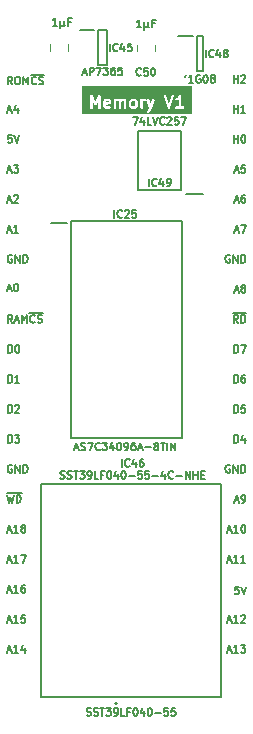
<source format=gto>
%TF.GenerationSoftware,KiCad,Pcbnew,7.0.5*%
%TF.CreationDate,2024-02-14T10:34:36+02:00*%
%TF.ProjectId,HCP65 MPU Memory,48435036-3520-44d5-9055-204d656d6f72,V1*%
%TF.SameCoordinates,PX525bfc0PY43d3480*%
%TF.FileFunction,Legend,Top*%
%TF.FilePolarity,Positive*%
%FSLAX46Y46*%
G04 Gerber Fmt 4.6, Leading zero omitted, Abs format (unit mm)*
G04 Created by KiCad (PCBNEW 7.0.5) date 2024-02-14 10:34:36*
%MOMM*%
%LPD*%
G01*
G04 APERTURE LIST*
%ADD10C,0.150000*%
%ADD11C,0.200000*%
%ADD12C,0.187000*%
%ADD13C,0.120000*%
G04 APERTURE END LIST*
D10*
X1725493Y-14921201D02*
X1665017Y-14890963D01*
X1665017Y-14890963D02*
X1574303Y-14890963D01*
X1574303Y-14890963D02*
X1483588Y-14921201D01*
X1483588Y-14921201D02*
X1423112Y-14981677D01*
X1423112Y-14981677D02*
X1392874Y-15042153D01*
X1392874Y-15042153D02*
X1362636Y-15163105D01*
X1362636Y-15163105D02*
X1362636Y-15253820D01*
X1362636Y-15253820D02*
X1392874Y-15374772D01*
X1392874Y-15374772D02*
X1423112Y-15435248D01*
X1423112Y-15435248D02*
X1483588Y-15495725D01*
X1483588Y-15495725D02*
X1574303Y-15525963D01*
X1574303Y-15525963D02*
X1634779Y-15525963D01*
X1634779Y-15525963D02*
X1725493Y-15495725D01*
X1725493Y-15495725D02*
X1755731Y-15465486D01*
X1755731Y-15465486D02*
X1755731Y-15253820D01*
X1755731Y-15253820D02*
X1634779Y-15253820D01*
X2027874Y-15525963D02*
X2027874Y-14890963D01*
X2027874Y-14890963D02*
X2390731Y-15525963D01*
X2390731Y-15525963D02*
X2390731Y-14890963D01*
X2693112Y-15525963D02*
X2693112Y-14890963D01*
X2693112Y-14890963D02*
X2844302Y-14890963D01*
X2844302Y-14890963D02*
X2935017Y-14921201D01*
X2935017Y-14921201D02*
X2995493Y-14981677D01*
X2995493Y-14981677D02*
X3025731Y-15042153D01*
X3025731Y-15042153D02*
X3055969Y-15163105D01*
X3055969Y-15163105D02*
X3055969Y-15253820D01*
X3055969Y-15253820D02*
X3025731Y-15374772D01*
X3025731Y-15374772D02*
X2995493Y-15435248D01*
X2995493Y-15435248D02*
X2935017Y-15495725D01*
X2935017Y-15495725D02*
X2844302Y-15525963D01*
X2844302Y-15525963D02*
X2693112Y-15525963D01*
X1392874Y-28225963D02*
X1392874Y-27590963D01*
X1392874Y-27590963D02*
X1544064Y-27590963D01*
X1544064Y-27590963D02*
X1634779Y-27621201D01*
X1634779Y-27621201D02*
X1695255Y-27681677D01*
X1695255Y-27681677D02*
X1725493Y-27742153D01*
X1725493Y-27742153D02*
X1755731Y-27863105D01*
X1755731Y-27863105D02*
X1755731Y-27953820D01*
X1755731Y-27953820D02*
X1725493Y-28074772D01*
X1725493Y-28074772D02*
X1695255Y-28135248D01*
X1695255Y-28135248D02*
X1634779Y-28195725D01*
X1634779Y-28195725D02*
X1544064Y-28225963D01*
X1544064Y-28225963D02*
X1392874Y-28225963D01*
X1997636Y-27651439D02*
X2027874Y-27621201D01*
X2027874Y-27621201D02*
X2088350Y-27590963D01*
X2088350Y-27590963D02*
X2239541Y-27590963D01*
X2239541Y-27590963D02*
X2300017Y-27621201D01*
X2300017Y-27621201D02*
X2330255Y-27651439D01*
X2330255Y-27651439D02*
X2360493Y-27711915D01*
X2360493Y-27711915D02*
X2360493Y-27772391D01*
X2360493Y-27772391D02*
X2330255Y-27863105D01*
X2330255Y-27863105D02*
X1967398Y-28225963D01*
X1967398Y-28225963D02*
X2360493Y-28225963D01*
X19985458Y-40744534D02*
X20287839Y-40744534D01*
X19924982Y-40925963D02*
X20136648Y-40290963D01*
X20136648Y-40290963D02*
X20348315Y-40925963D01*
X20892601Y-40925963D02*
X20529744Y-40925963D01*
X20711172Y-40925963D02*
X20711172Y-40290963D01*
X20711172Y-40290963D02*
X20650696Y-40381677D01*
X20650696Y-40381677D02*
X20590220Y-40442153D01*
X20590220Y-40442153D02*
X20529744Y-40472391D01*
X21497363Y-40925963D02*
X21134506Y-40925963D01*
X21315934Y-40925963D02*
X21315934Y-40290963D01*
X21315934Y-40290963D02*
X21255458Y-40381677D01*
X21255458Y-40381677D02*
X21194982Y-40442153D01*
X21194982Y-40442153D02*
X21134506Y-40472391D01*
X20166887Y-14921201D02*
X20106411Y-14890963D01*
X20106411Y-14890963D02*
X20015697Y-14890963D01*
X20015697Y-14890963D02*
X19924982Y-14921201D01*
X19924982Y-14921201D02*
X19864506Y-14981677D01*
X19864506Y-14981677D02*
X19834268Y-15042153D01*
X19834268Y-15042153D02*
X19804030Y-15163105D01*
X19804030Y-15163105D02*
X19804030Y-15253820D01*
X19804030Y-15253820D02*
X19834268Y-15374772D01*
X19834268Y-15374772D02*
X19864506Y-15435248D01*
X19864506Y-15435248D02*
X19924982Y-15495725D01*
X19924982Y-15495725D02*
X20015697Y-15525963D01*
X20015697Y-15525963D02*
X20076173Y-15525963D01*
X20076173Y-15525963D02*
X20166887Y-15495725D01*
X20166887Y-15495725D02*
X20197125Y-15465486D01*
X20197125Y-15465486D02*
X20197125Y-15253820D01*
X20197125Y-15253820D02*
X20076173Y-15253820D01*
X20469268Y-15525963D02*
X20469268Y-14890963D01*
X20469268Y-14890963D02*
X20832125Y-15525963D01*
X20832125Y-15525963D02*
X20832125Y-14890963D01*
X21134506Y-15525963D02*
X21134506Y-14890963D01*
X21134506Y-14890963D02*
X21285696Y-14890963D01*
X21285696Y-14890963D02*
X21376411Y-14921201D01*
X21376411Y-14921201D02*
X21436887Y-14981677D01*
X21436887Y-14981677D02*
X21467125Y-15042153D01*
X21467125Y-15042153D02*
X21497363Y-15163105D01*
X21497363Y-15163105D02*
X21497363Y-15253820D01*
X21497363Y-15253820D02*
X21467125Y-15374772D01*
X21467125Y-15374772D02*
X21436887Y-15435248D01*
X21436887Y-15435248D02*
X21376411Y-15495725D01*
X21376411Y-15495725D02*
X21285696Y-15525963D01*
X21285696Y-15525963D02*
X21134506Y-15525963D01*
X1362636Y-48364534D02*
X1665017Y-48364534D01*
X1302160Y-48545963D02*
X1513826Y-47910963D01*
X1513826Y-47910963D02*
X1725493Y-48545963D01*
X2269779Y-48545963D02*
X1906922Y-48545963D01*
X2088350Y-48545963D02*
X2088350Y-47910963D01*
X2088350Y-47910963D02*
X2027874Y-48001677D01*
X2027874Y-48001677D02*
X1967398Y-48062153D01*
X1967398Y-48062153D02*
X1906922Y-48092391D01*
X2814065Y-48122629D02*
X2814065Y-48545963D01*
X2662874Y-47880725D02*
X2511684Y-48334296D01*
X2511684Y-48334296D02*
X2904779Y-48334296D01*
D11*
G36*
X9911130Y-1862706D02*
G01*
X9928581Y-1897607D01*
X9657095Y-1951904D01*
X9657095Y-1907015D01*
X9679249Y-1862706D01*
X9723558Y-1840552D01*
X9866822Y-1840552D01*
X9911130Y-1862706D01*
G37*
G36*
X12116906Y-1870356D02*
G01*
X12141575Y-1895025D01*
X12171380Y-1954634D01*
X12171380Y-2193135D01*
X12141576Y-2252743D01*
X12116905Y-2277414D01*
X12057298Y-2307219D01*
X11961653Y-2307219D01*
X11902046Y-2277415D01*
X11877375Y-2252743D01*
X11847571Y-2193135D01*
X11847571Y-1954634D01*
X11877375Y-1895025D01*
X11902045Y-1870356D01*
X11961653Y-1840552D01*
X12057298Y-1840552D01*
X12116906Y-1870356D01*
G37*
G36*
X17007096Y-2982857D02*
G01*
X7630905Y-2982857D01*
X7630905Y-2744225D01*
X13119605Y-2744225D01*
X13138125Y-2799953D01*
X13183834Y-2836823D01*
X13242220Y-2843126D01*
X13352505Y-2787983D01*
X13368948Y-2784406D01*
X13388427Y-2764926D01*
X13408608Y-2746155D01*
X13409092Y-2744261D01*
X13431432Y-2721921D01*
X13448562Y-2709716D01*
X13457250Y-2687995D01*
X13468459Y-2667468D01*
X13468004Y-2661110D01*
X13544552Y-2469740D01*
X13546155Y-2468505D01*
X13548219Y-2462723D01*
X13552624Y-2458441D01*
X13557539Y-2437270D01*
X13560045Y-2431008D01*
X13560226Y-2429106D01*
X13798962Y-1760645D01*
X13801473Y-1716977D01*
X13772611Y-1665833D01*
X13720681Y-1638413D01*
X13662169Y-1643420D01*
X13615654Y-1679266D01*
X13461857Y-2109897D01*
X13313100Y-1693377D01*
X13287380Y-1657999D01*
X13232649Y-1636709D01*
X13175097Y-1648389D01*
X13132995Y-1689330D01*
X13119712Y-1746533D01*
X13354954Y-2405214D01*
X13281393Y-2589118D01*
X13259764Y-2610747D01*
X13166180Y-2657540D01*
X13134153Y-2687330D01*
X13119605Y-2744225D01*
X7630905Y-2744225D01*
X7630905Y-1422899D01*
X8358822Y-1422899D01*
X8361857Y-1429402D01*
X8361857Y-2421598D01*
X8374180Y-2463566D01*
X8418562Y-2502023D01*
X8476689Y-2510380D01*
X8530108Y-2485985D01*
X8561857Y-2436582D01*
X8561857Y-1857975D01*
X8704230Y-2163062D01*
X8715866Y-2189105D01*
X8729105Y-2197768D01*
X8739567Y-2209642D01*
X8753170Y-2213515D01*
X8765005Y-2221259D01*
X8780827Y-2221389D01*
X8796048Y-2225723D01*
X8809586Y-2221626D01*
X8823729Y-2221743D01*
X8837110Y-2213297D01*
X8852256Y-2208715D01*
X8861430Y-2197949D01*
X8873391Y-2190401D01*
X8880081Y-2176063D01*
X8890347Y-2164018D01*
X8892244Y-2149999D01*
X9028523Y-1857975D01*
X9028523Y-2421598D01*
X9040846Y-2463566D01*
X9085228Y-2502023D01*
X9143355Y-2510380D01*
X9196774Y-2485985D01*
X9228523Y-2436582D01*
X9228523Y-1894597D01*
X9453475Y-1894597D01*
X9457095Y-1903325D01*
X9457095Y-2047463D01*
X9455641Y-2050023D01*
X9457095Y-2076625D01*
X9457095Y-2258975D01*
X9454521Y-2282819D01*
X9463659Y-2301096D01*
X9469418Y-2320708D01*
X9476558Y-2326895D01*
X9503878Y-2381535D01*
X9503741Y-2385420D01*
X9516885Y-2407550D01*
X9521701Y-2417182D01*
X9524204Y-2419873D01*
X9533730Y-2435911D01*
X9543812Y-2440952D01*
X9551492Y-2449208D01*
X9569568Y-2453830D01*
X9650413Y-2494253D01*
X9670589Y-2507219D01*
X9691024Y-2507219D01*
X9711140Y-2510839D01*
X9719868Y-2507219D01*
X9885043Y-2507219D01*
X9908886Y-2509793D01*
X9927162Y-2500654D01*
X9946775Y-2494896D01*
X9952963Y-2487754D01*
X10043248Y-2442612D01*
X10075274Y-2412822D01*
X10089823Y-2355927D01*
X10071303Y-2300199D01*
X10025593Y-2263329D01*
X9967207Y-2257026D01*
X9866822Y-2307219D01*
X9723558Y-2307219D01*
X9679249Y-2285064D01*
X9657095Y-2240755D01*
X9657095Y-2155865D01*
X10036053Y-2080073D01*
X10048117Y-2081808D01*
X10064274Y-2074429D01*
X10066996Y-2073885D01*
X10077306Y-2068477D01*
X10101536Y-2057413D01*
X10103127Y-2054937D01*
X10105732Y-2053571D01*
X10118882Y-2030421D01*
X10133285Y-2008010D01*
X10133285Y-2005066D01*
X10134738Y-2002509D01*
X10133284Y-1975925D01*
X10133285Y-1888793D01*
X10135859Y-1864950D01*
X10126720Y-1846672D01*
X10120962Y-1827062D01*
X10113820Y-1820874D01*
X10110201Y-1813636D01*
X10360017Y-1813636D01*
X10361857Y-1839365D01*
X10361857Y-2421598D01*
X10374180Y-2463566D01*
X10418562Y-2502023D01*
X10476689Y-2510380D01*
X10530108Y-2485985D01*
X10561857Y-2436582D01*
X10561857Y-1877211D01*
X10568711Y-1870356D01*
X10628320Y-1840552D01*
X10723965Y-1840552D01*
X10768273Y-1862706D01*
X10790428Y-1907015D01*
X10790428Y-2421598D01*
X10802751Y-2463566D01*
X10847133Y-2502023D01*
X10905260Y-2510380D01*
X10958679Y-2485985D01*
X10990428Y-2436582D01*
X10990428Y-1907015D01*
X11012582Y-1862706D01*
X11056891Y-1840552D01*
X11152536Y-1840552D01*
X11196845Y-1862706D01*
X11219000Y-1907015D01*
X11219000Y-2421598D01*
X11231323Y-2463566D01*
X11275705Y-2502023D01*
X11333832Y-2510380D01*
X11387251Y-2485985D01*
X11419000Y-2436582D01*
X11419000Y-1942216D01*
X11643951Y-1942216D01*
X11647571Y-1950944D01*
X11647571Y-2211356D01*
X11644997Y-2235200D01*
X11654135Y-2253476D01*
X11659894Y-2273089D01*
X11667035Y-2279277D01*
X11700139Y-2345484D01*
X11703716Y-2361927D01*
X11723199Y-2381410D01*
X11741968Y-2401588D01*
X11743860Y-2402071D01*
X11763232Y-2421444D01*
X11771825Y-2435911D01*
X11796463Y-2448230D01*
X11820654Y-2461440D01*
X11822603Y-2461300D01*
X11888508Y-2494253D01*
X11908684Y-2507219D01*
X11929119Y-2507219D01*
X11949235Y-2510839D01*
X11957963Y-2507219D01*
X12075519Y-2507219D01*
X12099362Y-2509793D01*
X12117638Y-2500654D01*
X12137251Y-2494896D01*
X12143439Y-2487754D01*
X12209647Y-2454650D01*
X12226091Y-2451073D01*
X12245576Y-2431587D01*
X12265750Y-2412822D01*
X12266234Y-2410928D01*
X12285607Y-2391555D01*
X12300072Y-2382964D01*
X12312389Y-2358329D01*
X12325601Y-2334133D01*
X12325461Y-2332185D01*
X12358414Y-2266280D01*
X12371380Y-2246105D01*
X12371380Y-2225669D01*
X12375000Y-2205554D01*
X12371380Y-2196825D01*
X12371380Y-1942216D01*
X12596332Y-1942216D01*
X12599952Y-1950944D01*
X12599952Y-2421598D01*
X12612275Y-2463566D01*
X12656657Y-2502023D01*
X12714784Y-2510380D01*
X12768203Y-2485985D01*
X12799952Y-2436582D01*
X12799952Y-1954634D01*
X12829756Y-1895025D01*
X12854425Y-1870356D01*
X12914034Y-1840552D01*
X13000045Y-1840552D01*
X13042013Y-1828229D01*
X13080470Y-1783847D01*
X13088827Y-1725720D01*
X13064432Y-1672301D01*
X13015029Y-1640552D01*
X12895812Y-1640552D01*
X12871969Y-1637978D01*
X12853691Y-1647116D01*
X12834081Y-1652875D01*
X12827893Y-1660016D01*
X12784660Y-1681632D01*
X12743247Y-1645748D01*
X12685120Y-1637391D01*
X12631701Y-1661786D01*
X12599952Y-1711189D01*
X12599952Y-1922100D01*
X12596332Y-1942216D01*
X12371380Y-1942216D01*
X12371380Y-1936412D01*
X12373954Y-1912569D01*
X12364815Y-1894291D01*
X12359057Y-1874681D01*
X12351915Y-1868493D01*
X12318810Y-1802282D01*
X12315234Y-1785842D01*
X12295759Y-1766367D01*
X12276983Y-1746181D01*
X12275088Y-1745696D01*
X12255718Y-1726326D01*
X12247126Y-1711860D01*
X12222491Y-1699542D01*
X12198296Y-1686331D01*
X12196346Y-1686470D01*
X12130445Y-1653519D01*
X12110267Y-1640552D01*
X12089831Y-1640552D01*
X12069716Y-1636932D01*
X12060988Y-1640552D01*
X11943431Y-1640552D01*
X11919588Y-1637978D01*
X11901310Y-1647116D01*
X11881700Y-1652875D01*
X11875512Y-1660016D01*
X11809301Y-1693121D01*
X11792861Y-1696698D01*
X11773386Y-1716172D01*
X11753200Y-1734949D01*
X11752715Y-1736843D01*
X11733345Y-1756213D01*
X11718879Y-1764806D01*
X11706561Y-1789440D01*
X11693350Y-1813636D01*
X11693489Y-1815585D01*
X11660538Y-1881486D01*
X11647571Y-1901665D01*
X11647571Y-1922100D01*
X11643951Y-1942216D01*
X11419000Y-1942216D01*
X11419000Y-1888793D01*
X11421574Y-1864950D01*
X11412435Y-1846672D01*
X11406677Y-1827062D01*
X11399535Y-1820874D01*
X11372216Y-1766236D01*
X11372354Y-1762350D01*
X11359201Y-1740205D01*
X11354393Y-1730589D01*
X11351893Y-1727902D01*
X11342365Y-1711859D01*
X11332281Y-1706817D01*
X11324603Y-1698562D01*
X11306525Y-1693939D01*
X11225681Y-1653518D01*
X11205505Y-1640552D01*
X11185069Y-1640552D01*
X11164954Y-1636932D01*
X11156226Y-1640552D01*
X11038669Y-1640552D01*
X11014826Y-1637978D01*
X10996548Y-1647116D01*
X10976938Y-1652875D01*
X10970750Y-1660016D01*
X10916112Y-1687335D01*
X10912227Y-1687198D01*
X10893977Y-1698037D01*
X10877950Y-1693938D01*
X10797112Y-1653519D01*
X10776934Y-1640552D01*
X10756498Y-1640552D01*
X10736383Y-1636932D01*
X10727655Y-1640552D01*
X10610098Y-1640552D01*
X10586255Y-1637978D01*
X10567977Y-1647116D01*
X10548367Y-1652875D01*
X10542179Y-1660016D01*
X10529141Y-1666534D01*
X10505152Y-1645748D01*
X10447025Y-1637391D01*
X10393606Y-1661786D01*
X10361857Y-1711189D01*
X10361856Y-1810266D01*
X10360017Y-1813636D01*
X10110201Y-1813636D01*
X10086501Y-1766236D01*
X10086639Y-1762351D01*
X10073489Y-1740211D01*
X10068678Y-1730589D01*
X10066177Y-1727900D01*
X10056650Y-1711860D01*
X10046568Y-1706819D01*
X10038888Y-1698562D01*
X10020807Y-1693938D01*
X9939969Y-1653519D01*
X9919791Y-1640552D01*
X9899355Y-1640552D01*
X9879240Y-1636932D01*
X9870512Y-1640552D01*
X9705336Y-1640552D01*
X9681493Y-1637978D01*
X9663215Y-1647116D01*
X9643605Y-1652875D01*
X9637417Y-1660016D01*
X9582779Y-1687335D01*
X9578894Y-1687198D01*
X9556754Y-1700347D01*
X9547132Y-1705159D01*
X9544443Y-1707659D01*
X9528403Y-1717187D01*
X9523362Y-1727268D01*
X9515105Y-1734949D01*
X9510481Y-1753029D01*
X9470062Y-1833867D01*
X9457095Y-1854046D01*
X9457095Y-1874481D01*
X9453475Y-1894597D01*
X9228523Y-1894597D01*
X9228523Y-1414787D01*
X9229101Y-1410986D01*
X14595799Y-1410986D01*
X14932697Y-2421679D01*
X14932290Y-2432949D01*
X14941805Y-2449002D01*
X14942965Y-2452482D01*
X14949099Y-2461309D01*
X14962233Y-2483467D01*
X14965709Y-2485209D01*
X14967927Y-2488400D01*
X14991718Y-2498242D01*
X15014735Y-2509776D01*
X15018598Y-2509362D01*
X15022192Y-2510849D01*
X15047522Y-2506266D01*
X15073127Y-2503526D01*
X15076157Y-2501086D01*
X15079979Y-2500395D01*
X15098805Y-2482851D01*
X15118869Y-2466698D01*
X15120098Y-2463009D01*
X15122942Y-2460360D01*
X15129298Y-2435409D01*
X15375566Y-1696606D01*
X15548177Y-1696606D01*
X15566697Y-1752334D01*
X15612406Y-1789204D01*
X15670792Y-1795507D01*
X15781077Y-1740364D01*
X15797520Y-1736787D01*
X15816999Y-1717307D01*
X15837180Y-1698536D01*
X15837664Y-1696642D01*
X15838048Y-1696259D01*
X15838048Y-2307219D01*
X15637955Y-2307219D01*
X15595987Y-2319542D01*
X15557530Y-2363924D01*
X15549173Y-2422051D01*
X15573568Y-2475470D01*
X15622971Y-2507219D01*
X15930894Y-2507219D01*
X15952880Y-2510380D01*
X15959802Y-2507219D01*
X16238141Y-2507219D01*
X16280109Y-2494896D01*
X16318566Y-2450514D01*
X16326923Y-2392387D01*
X16302528Y-2338968D01*
X16253125Y-2307219D01*
X16038048Y-2307219D01*
X16038048Y-1422457D01*
X16042256Y-1408970D01*
X16038048Y-1393694D01*
X16038048Y-1392840D01*
X16034244Y-1379888D01*
X16026660Y-1352353D01*
X16025981Y-1351744D01*
X16025725Y-1350872D01*
X16004195Y-1332216D01*
X15982931Y-1313156D01*
X15982030Y-1313011D01*
X15981343Y-1312415D01*
X15953119Y-1308357D01*
X15924951Y-1303823D01*
X15924116Y-1304187D01*
X15923216Y-1304058D01*
X15897283Y-1315900D01*
X15871131Y-1327317D01*
X15870626Y-1328074D01*
X15869797Y-1328453D01*
X15854364Y-1352467D01*
X15765098Y-1486365D01*
X15688336Y-1563128D01*
X15594752Y-1609921D01*
X15562725Y-1639711D01*
X15548177Y-1696606D01*
X15375566Y-1696606D01*
X15466034Y-1425201D01*
X15467615Y-1381490D01*
X15437672Y-1330972D01*
X15385170Y-1304662D01*
X15326778Y-1310913D01*
X15281036Y-1347740D01*
X15033286Y-2090990D01*
X14790274Y-1361955D01*
X14765312Y-1326038D01*
X14711047Y-1303589D01*
X14653260Y-1314042D01*
X14610296Y-1354078D01*
X14595799Y-1410986D01*
X9229101Y-1410986D01*
X9231803Y-1393235D01*
X9222572Y-1372575D01*
X9216200Y-1350872D01*
X9210776Y-1346172D01*
X9207848Y-1339618D01*
X9188914Y-1327229D01*
X9171818Y-1312415D01*
X9164713Y-1311393D01*
X9158708Y-1307464D01*
X9136084Y-1307277D01*
X9113691Y-1304058D01*
X9107162Y-1307039D01*
X9099984Y-1306980D01*
X9080849Y-1319055D01*
X9060272Y-1328453D01*
X9056391Y-1334491D01*
X9050322Y-1338322D01*
X9040755Y-1358821D01*
X9028523Y-1377856D01*
X9028523Y-1385034D01*
X8795190Y-1885032D01*
X8555674Y-1371784D01*
X8549534Y-1350872D01*
X8532437Y-1336057D01*
X8517480Y-1319081D01*
X8510576Y-1317115D01*
X8505152Y-1312415D01*
X8482759Y-1309195D01*
X8460999Y-1303000D01*
X8454127Y-1305079D01*
X8447025Y-1304058D01*
X8426449Y-1313454D01*
X8404791Y-1320008D01*
X8400135Y-1325471D01*
X8393606Y-1328453D01*
X8381375Y-1347484D01*
X8366700Y-1364705D01*
X8365737Y-1371818D01*
X8361857Y-1377856D01*
X8361857Y-1400479D01*
X8358822Y-1422899D01*
X7630905Y-1422899D01*
X7630905Y-597143D01*
X17007096Y-597143D01*
X17007096Y-2982857D01*
G37*
D10*
X20529744Y-25685963D02*
X20529744Y-25050963D01*
X20529744Y-25050963D02*
X20680934Y-25050963D01*
X20680934Y-25050963D02*
X20771649Y-25081201D01*
X20771649Y-25081201D02*
X20832125Y-25141677D01*
X20832125Y-25141677D02*
X20862363Y-25202153D01*
X20862363Y-25202153D02*
X20892601Y-25323105D01*
X20892601Y-25323105D02*
X20892601Y-25413820D01*
X20892601Y-25413820D02*
X20862363Y-25534772D01*
X20862363Y-25534772D02*
X20832125Y-25595248D01*
X20832125Y-25595248D02*
X20771649Y-25655725D01*
X20771649Y-25655725D02*
X20680934Y-25685963D01*
X20680934Y-25685963D02*
X20529744Y-25685963D01*
X21436887Y-25050963D02*
X21315934Y-25050963D01*
X21315934Y-25050963D02*
X21255458Y-25081201D01*
X21255458Y-25081201D02*
X21225220Y-25111439D01*
X21225220Y-25111439D02*
X21164744Y-25202153D01*
X21164744Y-25202153D02*
X21134506Y-25323105D01*
X21134506Y-25323105D02*
X21134506Y-25565010D01*
X21134506Y-25565010D02*
X21164744Y-25625486D01*
X21164744Y-25625486D02*
X21194982Y-25655725D01*
X21194982Y-25655725D02*
X21255458Y-25685963D01*
X21255458Y-25685963D02*
X21376411Y-25685963D01*
X21376411Y-25685963D02*
X21436887Y-25655725D01*
X21436887Y-25655725D02*
X21467125Y-25625486D01*
X21467125Y-25625486D02*
X21497363Y-25565010D01*
X21497363Y-25565010D02*
X21497363Y-25413820D01*
X21497363Y-25413820D02*
X21467125Y-25353344D01*
X21467125Y-25353344D02*
X21436887Y-25323105D01*
X21436887Y-25323105D02*
X21376411Y-25292867D01*
X21376411Y-25292867D02*
X21255458Y-25292867D01*
X21255458Y-25292867D02*
X21194982Y-25323105D01*
X21194982Y-25323105D02*
X21164744Y-25353344D01*
X21164744Y-25353344D02*
X21134506Y-25413820D01*
X20590220Y-12804534D02*
X20892601Y-12804534D01*
X20529744Y-12985963D02*
X20741410Y-12350963D01*
X20741410Y-12350963D02*
X20953077Y-12985963D01*
X21104268Y-12350963D02*
X21527601Y-12350963D01*
X21527601Y-12350963D02*
X21255458Y-12985963D01*
X1392874Y-25685963D02*
X1392874Y-25050963D01*
X1392874Y-25050963D02*
X1544064Y-25050963D01*
X1544064Y-25050963D02*
X1634779Y-25081201D01*
X1634779Y-25081201D02*
X1695255Y-25141677D01*
X1695255Y-25141677D02*
X1725493Y-25202153D01*
X1725493Y-25202153D02*
X1755731Y-25323105D01*
X1755731Y-25323105D02*
X1755731Y-25413820D01*
X1755731Y-25413820D02*
X1725493Y-25534772D01*
X1725493Y-25534772D02*
X1695255Y-25595248D01*
X1695255Y-25595248D02*
X1634779Y-25655725D01*
X1634779Y-25655725D02*
X1544064Y-25685963D01*
X1544064Y-25685963D02*
X1392874Y-25685963D01*
X2360493Y-25685963D02*
X1997636Y-25685963D01*
X2179064Y-25685963D02*
X2179064Y-25050963D01*
X2179064Y-25050963D02*
X2118588Y-25141677D01*
X2118588Y-25141677D02*
X2058112Y-25202153D01*
X2058112Y-25202153D02*
X1997636Y-25232391D01*
X1362636Y-17757534D02*
X1665017Y-17757534D01*
X1302160Y-17938963D02*
X1513826Y-17303963D01*
X1513826Y-17303963D02*
X1725493Y-17938963D01*
X2058112Y-17303963D02*
X2118589Y-17303963D01*
X2118589Y-17303963D02*
X2179065Y-17334201D01*
X2179065Y-17334201D02*
X2209303Y-17364439D01*
X2209303Y-17364439D02*
X2239541Y-17424915D01*
X2239541Y-17424915D02*
X2269779Y-17545867D01*
X2269779Y-17545867D02*
X2269779Y-17697058D01*
X2269779Y-17697058D02*
X2239541Y-17818010D01*
X2239541Y-17818010D02*
X2209303Y-17878486D01*
X2209303Y-17878486D02*
X2179065Y-17908725D01*
X2179065Y-17908725D02*
X2118589Y-17938963D01*
X2118589Y-17938963D02*
X2058112Y-17938963D01*
X2058112Y-17938963D02*
X1997636Y-17908725D01*
X1997636Y-17908725D02*
X1967398Y-17878486D01*
X1967398Y-17878486D02*
X1937160Y-17818010D01*
X1937160Y-17818010D02*
X1906922Y-17697058D01*
X1906922Y-17697058D02*
X1906922Y-17545867D01*
X1906922Y-17545867D02*
X1937160Y-17424915D01*
X1937160Y-17424915D02*
X1967398Y-17364439D01*
X1967398Y-17364439D02*
X1997636Y-17334201D01*
X1997636Y-17334201D02*
X2058112Y-17303963D01*
X1362636Y-43284534D02*
X1665017Y-43284534D01*
X1302160Y-43465963D02*
X1513826Y-42830963D01*
X1513826Y-42830963D02*
X1725493Y-43465963D01*
X2269779Y-43465963D02*
X1906922Y-43465963D01*
X2088350Y-43465963D02*
X2088350Y-42830963D01*
X2088350Y-42830963D02*
X2027874Y-42921677D01*
X2027874Y-42921677D02*
X1967398Y-42982153D01*
X1967398Y-42982153D02*
X1906922Y-43012391D01*
X2814065Y-42830963D02*
X2693112Y-42830963D01*
X2693112Y-42830963D02*
X2632636Y-42861201D01*
X2632636Y-42861201D02*
X2602398Y-42891439D01*
X2602398Y-42891439D02*
X2541922Y-42982153D01*
X2541922Y-42982153D02*
X2511684Y-43103105D01*
X2511684Y-43103105D02*
X2511684Y-43345010D01*
X2511684Y-43345010D02*
X2541922Y-43405486D01*
X2541922Y-43405486D02*
X2572160Y-43435725D01*
X2572160Y-43435725D02*
X2632636Y-43465963D01*
X2632636Y-43465963D02*
X2753589Y-43465963D01*
X2753589Y-43465963D02*
X2814065Y-43435725D01*
X2814065Y-43435725D02*
X2844303Y-43405486D01*
X2844303Y-43405486D02*
X2874541Y-43345010D01*
X2874541Y-43345010D02*
X2874541Y-43193820D01*
X2874541Y-43193820D02*
X2844303Y-43133344D01*
X2844303Y-43133344D02*
X2814065Y-43103105D01*
X2814065Y-43103105D02*
X2753589Y-43072867D01*
X2753589Y-43072867D02*
X2632636Y-43072867D01*
X2632636Y-43072867D02*
X2572160Y-43103105D01*
X2572160Y-43103105D02*
X2541922Y-43133344D01*
X2541922Y-43133344D02*
X2511684Y-43193820D01*
X20590220Y-7724534D02*
X20892601Y-7724534D01*
X20529744Y-7905963D02*
X20741410Y-7270963D01*
X20741410Y-7270963D02*
X20953077Y-7905963D01*
X21467125Y-7270963D02*
X21164744Y-7270963D01*
X21164744Y-7270963D02*
X21134506Y-7573344D01*
X21134506Y-7573344D02*
X21164744Y-7543105D01*
X21164744Y-7543105D02*
X21225220Y-7512867D01*
X21225220Y-7512867D02*
X21376411Y-7512867D01*
X21376411Y-7512867D02*
X21436887Y-7543105D01*
X21436887Y-7543105D02*
X21467125Y-7573344D01*
X21467125Y-7573344D02*
X21497363Y-7633820D01*
X21497363Y-7633820D02*
X21497363Y-7785010D01*
X21497363Y-7785010D02*
X21467125Y-7845486D01*
X21467125Y-7845486D02*
X21436887Y-7875725D01*
X21436887Y-7875725D02*
X21376411Y-7905963D01*
X21376411Y-7905963D02*
X21225220Y-7905963D01*
X21225220Y-7905963D02*
X21164744Y-7875725D01*
X21164744Y-7875725D02*
X21134506Y-7845486D01*
X19985458Y-48364534D02*
X20287839Y-48364534D01*
X19924982Y-48545963D02*
X20136648Y-47910963D01*
X20136648Y-47910963D02*
X20348315Y-48545963D01*
X20892601Y-48545963D02*
X20529744Y-48545963D01*
X20711172Y-48545963D02*
X20711172Y-47910963D01*
X20711172Y-47910963D02*
X20650696Y-48001677D01*
X20650696Y-48001677D02*
X20590220Y-48062153D01*
X20590220Y-48062153D02*
X20529744Y-48092391D01*
X21104268Y-47910963D02*
X21497363Y-47910963D01*
X21497363Y-47910963D02*
X21285696Y-48152867D01*
X21285696Y-48152867D02*
X21376411Y-48152867D01*
X21376411Y-48152867D02*
X21436887Y-48183105D01*
X21436887Y-48183105D02*
X21467125Y-48213344D01*
X21467125Y-48213344D02*
X21497363Y-48273820D01*
X21497363Y-48273820D02*
X21497363Y-48425010D01*
X21497363Y-48425010D02*
X21467125Y-48485486D01*
X21467125Y-48485486D02*
X21436887Y-48515725D01*
X21436887Y-48515725D02*
X21376411Y-48545963D01*
X21376411Y-48545963D02*
X21194982Y-48545963D01*
X21194982Y-48545963D02*
X21134506Y-48515725D01*
X21134506Y-48515725D02*
X21104268Y-48485486D01*
X1362636Y-2644534D02*
X1665017Y-2644534D01*
X1302160Y-2825963D02*
X1513826Y-2190963D01*
X1513826Y-2190963D02*
X1725493Y-2825963D01*
X2209303Y-2402629D02*
X2209303Y-2825963D01*
X2058112Y-2160725D02*
X1906922Y-2614296D01*
X1906922Y-2614296D02*
X2300017Y-2614296D01*
X1362636Y-7724534D02*
X1665017Y-7724534D01*
X1302160Y-7905963D02*
X1513826Y-7270963D01*
X1513826Y-7270963D02*
X1725493Y-7905963D01*
X1876684Y-7270963D02*
X2269779Y-7270963D01*
X2269779Y-7270963D02*
X2058112Y-7512867D01*
X2058112Y-7512867D02*
X2148827Y-7512867D01*
X2148827Y-7512867D02*
X2209303Y-7543105D01*
X2209303Y-7543105D02*
X2239541Y-7573344D01*
X2239541Y-7573344D02*
X2269779Y-7633820D01*
X2269779Y-7633820D02*
X2269779Y-7785010D01*
X2269779Y-7785010D02*
X2239541Y-7845486D01*
X2239541Y-7845486D02*
X2209303Y-7875725D01*
X2209303Y-7875725D02*
X2148827Y-7905963D01*
X2148827Y-7905963D02*
X1967398Y-7905963D01*
X1967398Y-7905963D02*
X1906922Y-7875725D01*
X1906922Y-7875725D02*
X1876684Y-7845486D01*
X20590220Y-35664534D02*
X20892601Y-35664534D01*
X20529744Y-35845963D02*
X20741410Y-35210963D01*
X20741410Y-35210963D02*
X20953077Y-35845963D01*
X21194982Y-35845963D02*
X21315934Y-35845963D01*
X21315934Y-35845963D02*
X21376411Y-35815725D01*
X21376411Y-35815725D02*
X21406649Y-35785486D01*
X21406649Y-35785486D02*
X21467125Y-35694772D01*
X21467125Y-35694772D02*
X21497363Y-35573820D01*
X21497363Y-35573820D02*
X21497363Y-35331915D01*
X21497363Y-35331915D02*
X21467125Y-35271439D01*
X21467125Y-35271439D02*
X21436887Y-35241201D01*
X21436887Y-35241201D02*
X21376411Y-35210963D01*
X21376411Y-35210963D02*
X21255458Y-35210963D01*
X21255458Y-35210963D02*
X21194982Y-35241201D01*
X21194982Y-35241201D02*
X21164744Y-35271439D01*
X21164744Y-35271439D02*
X21134506Y-35331915D01*
X21134506Y-35331915D02*
X21134506Y-35483105D01*
X21134506Y-35483105D02*
X21164744Y-35543582D01*
X21164744Y-35543582D02*
X21194982Y-35573820D01*
X21194982Y-35573820D02*
X21255458Y-35604058D01*
X21255458Y-35604058D02*
X21376411Y-35604058D01*
X21376411Y-35604058D02*
X21436887Y-35573820D01*
X21436887Y-35573820D02*
X21467125Y-35543582D01*
X21467125Y-35543582D02*
X21497363Y-35483105D01*
X20499506Y-2825963D02*
X20499506Y-2190963D01*
X20499506Y-2493344D02*
X20862363Y-2493344D01*
X20862363Y-2825963D02*
X20862363Y-2190963D01*
X21497363Y-2825963D02*
X21134506Y-2825963D01*
X21315934Y-2825963D02*
X21315934Y-2190963D01*
X21315934Y-2190963D02*
X21255458Y-2281677D01*
X21255458Y-2281677D02*
X21194982Y-2342153D01*
X21194982Y-2342153D02*
X21134506Y-2372391D01*
X1392874Y-23145963D02*
X1392874Y-22510963D01*
X1392874Y-22510963D02*
X1544064Y-22510963D01*
X1544064Y-22510963D02*
X1634779Y-22541201D01*
X1634779Y-22541201D02*
X1695255Y-22601677D01*
X1695255Y-22601677D02*
X1725493Y-22662153D01*
X1725493Y-22662153D02*
X1755731Y-22783105D01*
X1755731Y-22783105D02*
X1755731Y-22873820D01*
X1755731Y-22873820D02*
X1725493Y-22994772D01*
X1725493Y-22994772D02*
X1695255Y-23055248D01*
X1695255Y-23055248D02*
X1634779Y-23115725D01*
X1634779Y-23115725D02*
X1544064Y-23145963D01*
X1544064Y-23145963D02*
X1392874Y-23145963D01*
X2148826Y-22510963D02*
X2209303Y-22510963D01*
X2209303Y-22510963D02*
X2269779Y-22541201D01*
X2269779Y-22541201D02*
X2300017Y-22571439D01*
X2300017Y-22571439D02*
X2330255Y-22631915D01*
X2330255Y-22631915D02*
X2360493Y-22752867D01*
X2360493Y-22752867D02*
X2360493Y-22904058D01*
X2360493Y-22904058D02*
X2330255Y-23025010D01*
X2330255Y-23025010D02*
X2300017Y-23085486D01*
X2300017Y-23085486D02*
X2269779Y-23115725D01*
X2269779Y-23115725D02*
X2209303Y-23145963D01*
X2209303Y-23145963D02*
X2148826Y-23145963D01*
X2148826Y-23145963D02*
X2088350Y-23115725D01*
X2088350Y-23115725D02*
X2058112Y-23085486D01*
X2058112Y-23085486D02*
X2027874Y-23025010D01*
X2027874Y-23025010D02*
X1997636Y-22904058D01*
X1997636Y-22904058D02*
X1997636Y-22752867D01*
X1997636Y-22752867D02*
X2027874Y-22631915D01*
X2027874Y-22631915D02*
X2058112Y-22571439D01*
X2058112Y-22571439D02*
X2088350Y-22541201D01*
X2088350Y-22541201D02*
X2148826Y-22510963D01*
X1362636Y-12804534D02*
X1665017Y-12804534D01*
X1302160Y-12985963D02*
X1513826Y-12350963D01*
X1513826Y-12350963D02*
X1725493Y-12985963D01*
X2269779Y-12985963D02*
X1906922Y-12985963D01*
X2088350Y-12985963D02*
X2088350Y-12350963D01*
X2088350Y-12350963D02*
X2027874Y-12441677D01*
X2027874Y-12441677D02*
X1967398Y-12502153D01*
X1967398Y-12502153D02*
X1906922Y-12532391D01*
X20499506Y-285963D02*
X20499506Y349037D01*
X20499506Y46656D02*
X20862363Y46656D01*
X20862363Y-285963D02*
X20862363Y349037D01*
X21134506Y288561D02*
X21164744Y318799D01*
X21164744Y318799D02*
X21225220Y349037D01*
X21225220Y349037D02*
X21376411Y349037D01*
X21376411Y349037D02*
X21436887Y318799D01*
X21436887Y318799D02*
X21467125Y288561D01*
X21467125Y288561D02*
X21497363Y228085D01*
X21497363Y228085D02*
X21497363Y167609D01*
X21497363Y167609D02*
X21467125Y76895D01*
X21467125Y76895D02*
X21104268Y-285963D01*
X21104268Y-285963D02*
X21497363Y-285963D01*
X20590220Y-17884534D02*
X20892601Y-17884534D01*
X20529744Y-18065963D02*
X20741410Y-17430963D01*
X20741410Y-17430963D02*
X20953077Y-18065963D01*
X21255458Y-17703105D02*
X21194982Y-17672867D01*
X21194982Y-17672867D02*
X21164744Y-17642629D01*
X21164744Y-17642629D02*
X21134506Y-17582153D01*
X21134506Y-17582153D02*
X21134506Y-17551915D01*
X21134506Y-17551915D02*
X21164744Y-17491439D01*
X21164744Y-17491439D02*
X21194982Y-17461201D01*
X21194982Y-17461201D02*
X21255458Y-17430963D01*
X21255458Y-17430963D02*
X21376411Y-17430963D01*
X21376411Y-17430963D02*
X21436887Y-17461201D01*
X21436887Y-17461201D02*
X21467125Y-17491439D01*
X21467125Y-17491439D02*
X21497363Y-17551915D01*
X21497363Y-17551915D02*
X21497363Y-17582153D01*
X21497363Y-17582153D02*
X21467125Y-17642629D01*
X21467125Y-17642629D02*
X21436887Y-17672867D01*
X21436887Y-17672867D02*
X21376411Y-17703105D01*
X21376411Y-17703105D02*
X21255458Y-17703105D01*
X21255458Y-17703105D02*
X21194982Y-17733344D01*
X21194982Y-17733344D02*
X21164744Y-17763582D01*
X21164744Y-17763582D02*
X21134506Y-17824058D01*
X21134506Y-17824058D02*
X21134506Y-17945010D01*
X21134506Y-17945010D02*
X21164744Y-18005486D01*
X21164744Y-18005486D02*
X21194982Y-18035725D01*
X21194982Y-18035725D02*
X21255458Y-18065963D01*
X21255458Y-18065963D02*
X21376411Y-18065963D01*
X21376411Y-18065963D02*
X21436887Y-18035725D01*
X21436887Y-18035725D02*
X21467125Y-18005486D01*
X21467125Y-18005486D02*
X21497363Y-17945010D01*
X21497363Y-17945010D02*
X21497363Y-17824058D01*
X21497363Y-17824058D02*
X21467125Y-17763582D01*
X21467125Y-17763582D02*
X21436887Y-17733344D01*
X21436887Y-17733344D02*
X21376411Y-17703105D01*
X1362636Y-40744534D02*
X1665017Y-40744534D01*
X1302160Y-40925963D02*
X1513826Y-40290963D01*
X1513826Y-40290963D02*
X1725493Y-40925963D01*
X2269779Y-40925963D02*
X1906922Y-40925963D01*
X2088350Y-40925963D02*
X2088350Y-40290963D01*
X2088350Y-40290963D02*
X2027874Y-40381677D01*
X2027874Y-40381677D02*
X1967398Y-40442153D01*
X1967398Y-40442153D02*
X1906922Y-40472391D01*
X2481446Y-40290963D02*
X2904779Y-40290963D01*
X2904779Y-40290963D02*
X2632636Y-40925963D01*
X1755731Y-412963D02*
X1544064Y-110582D01*
X1392874Y-412963D02*
X1392874Y222037D01*
X1392874Y222037D02*
X1634779Y222037D01*
X1634779Y222037D02*
X1695255Y191799D01*
X1695255Y191799D02*
X1725493Y161561D01*
X1725493Y161561D02*
X1755731Y101085D01*
X1755731Y101085D02*
X1755731Y10371D01*
X1755731Y10371D02*
X1725493Y-50105D01*
X1725493Y-50105D02*
X1695255Y-80344D01*
X1695255Y-80344D02*
X1634779Y-110582D01*
X1634779Y-110582D02*
X1392874Y-110582D01*
X2148826Y222037D02*
X2269779Y222037D01*
X2269779Y222037D02*
X2330255Y191799D01*
X2330255Y191799D02*
X2390731Y131323D01*
X2390731Y131323D02*
X2420969Y10371D01*
X2420969Y10371D02*
X2420969Y-201296D01*
X2420969Y-201296D02*
X2390731Y-322248D01*
X2390731Y-322248D02*
X2330255Y-382725D01*
X2330255Y-382725D02*
X2269779Y-412963D01*
X2269779Y-412963D02*
X2148826Y-412963D01*
X2148826Y-412963D02*
X2088350Y-382725D01*
X2088350Y-382725D02*
X2027874Y-322248D01*
X2027874Y-322248D02*
X1997636Y-201296D01*
X1997636Y-201296D02*
X1997636Y10371D01*
X1997636Y10371D02*
X2027874Y131323D01*
X2027874Y131323D02*
X2088350Y191799D01*
X2088350Y191799D02*
X2148826Y222037D01*
X2693112Y-412963D02*
X2693112Y222037D01*
X2693112Y222037D02*
X2904779Y-231534D01*
X2904779Y-231534D02*
X3116445Y222037D01*
X3116445Y222037D02*
X3116445Y-412963D01*
X3781683Y-352486D02*
X3751445Y-382725D01*
X3751445Y-382725D02*
X3660731Y-412963D01*
X3660731Y-412963D02*
X3600255Y-412963D01*
X3600255Y-412963D02*
X3509540Y-382725D01*
X3509540Y-382725D02*
X3449064Y-322248D01*
X3449064Y-322248D02*
X3418826Y-261772D01*
X3418826Y-261772D02*
X3388588Y-140820D01*
X3388588Y-140820D02*
X3388588Y-50105D01*
X3388588Y-50105D02*
X3418826Y70847D01*
X3418826Y70847D02*
X3449064Y131323D01*
X3449064Y131323D02*
X3509540Y191799D01*
X3509540Y191799D02*
X3600255Y222037D01*
X3600255Y222037D02*
X3660731Y222037D01*
X3660731Y222037D02*
X3751445Y191799D01*
X3751445Y191799D02*
X3781683Y161561D01*
X4023588Y-382725D02*
X4114302Y-412963D01*
X4114302Y-412963D02*
X4265493Y-412963D01*
X4265493Y-412963D02*
X4325969Y-382725D01*
X4325969Y-382725D02*
X4356207Y-352486D01*
X4356207Y-352486D02*
X4386445Y-292010D01*
X4386445Y-292010D02*
X4386445Y-231534D01*
X4386445Y-231534D02*
X4356207Y-171058D01*
X4356207Y-171058D02*
X4325969Y-140820D01*
X4325969Y-140820D02*
X4265493Y-110582D01*
X4265493Y-110582D02*
X4144540Y-80344D01*
X4144540Y-80344D02*
X4084064Y-50105D01*
X4084064Y-50105D02*
X4053826Y-19867D01*
X4053826Y-19867D02*
X4023588Y40609D01*
X4023588Y40609D02*
X4023588Y101085D01*
X4023588Y101085D02*
X4053826Y161561D01*
X4053826Y161561D02*
X4084064Y191799D01*
X4084064Y191799D02*
X4144540Y222037D01*
X4144540Y222037D02*
X4295731Y222037D01*
X4295731Y222037D02*
X4386445Y191799D01*
X3331136Y398325D02*
X4443898Y398325D01*
X20862363Y-20605963D02*
X20650696Y-20303582D01*
X20499506Y-20605963D02*
X20499506Y-19970963D01*
X20499506Y-19970963D02*
X20741411Y-19970963D01*
X20741411Y-19970963D02*
X20801887Y-20001201D01*
X20801887Y-20001201D02*
X20832125Y-20031439D01*
X20832125Y-20031439D02*
X20862363Y-20091915D01*
X20862363Y-20091915D02*
X20862363Y-20182629D01*
X20862363Y-20182629D02*
X20832125Y-20243105D01*
X20832125Y-20243105D02*
X20801887Y-20273344D01*
X20801887Y-20273344D02*
X20741411Y-20303582D01*
X20741411Y-20303582D02*
X20499506Y-20303582D01*
X21134506Y-20605963D02*
X21134506Y-19970963D01*
X21134506Y-19970963D02*
X21285696Y-19970963D01*
X21285696Y-19970963D02*
X21376411Y-20001201D01*
X21376411Y-20001201D02*
X21436887Y-20061677D01*
X21436887Y-20061677D02*
X21467125Y-20122153D01*
X21467125Y-20122153D02*
X21497363Y-20243105D01*
X21497363Y-20243105D02*
X21497363Y-20333820D01*
X21497363Y-20333820D02*
X21467125Y-20454772D01*
X21467125Y-20454772D02*
X21436887Y-20515248D01*
X21436887Y-20515248D02*
X21376411Y-20575725D01*
X21376411Y-20575725D02*
X21285696Y-20605963D01*
X21285696Y-20605963D02*
X21134506Y-20605963D01*
X20411816Y-19794675D02*
X21554816Y-19794675D01*
X1755731Y-20605963D02*
X1544064Y-20303582D01*
X1392874Y-20605963D02*
X1392874Y-19970963D01*
X1392874Y-19970963D02*
X1634779Y-19970963D01*
X1634779Y-19970963D02*
X1695255Y-20001201D01*
X1695255Y-20001201D02*
X1725493Y-20031439D01*
X1725493Y-20031439D02*
X1755731Y-20091915D01*
X1755731Y-20091915D02*
X1755731Y-20182629D01*
X1755731Y-20182629D02*
X1725493Y-20243105D01*
X1725493Y-20243105D02*
X1695255Y-20273344D01*
X1695255Y-20273344D02*
X1634779Y-20303582D01*
X1634779Y-20303582D02*
X1392874Y-20303582D01*
X1997636Y-20424534D02*
X2300017Y-20424534D01*
X1937160Y-20605963D02*
X2148826Y-19970963D01*
X2148826Y-19970963D02*
X2360493Y-20605963D01*
X2572160Y-20605963D02*
X2572160Y-19970963D01*
X2572160Y-19970963D02*
X2783827Y-20424534D01*
X2783827Y-20424534D02*
X2995493Y-19970963D01*
X2995493Y-19970963D02*
X2995493Y-20605963D01*
X3660731Y-20545486D02*
X3630493Y-20575725D01*
X3630493Y-20575725D02*
X3539779Y-20605963D01*
X3539779Y-20605963D02*
X3479303Y-20605963D01*
X3479303Y-20605963D02*
X3388588Y-20575725D01*
X3388588Y-20575725D02*
X3328112Y-20515248D01*
X3328112Y-20515248D02*
X3297874Y-20454772D01*
X3297874Y-20454772D02*
X3267636Y-20333820D01*
X3267636Y-20333820D02*
X3267636Y-20243105D01*
X3267636Y-20243105D02*
X3297874Y-20122153D01*
X3297874Y-20122153D02*
X3328112Y-20061677D01*
X3328112Y-20061677D02*
X3388588Y-20001201D01*
X3388588Y-20001201D02*
X3479303Y-19970963D01*
X3479303Y-19970963D02*
X3539779Y-19970963D01*
X3539779Y-19970963D02*
X3630493Y-20001201D01*
X3630493Y-20001201D02*
X3660731Y-20031439D01*
X3902636Y-20575725D02*
X3993350Y-20605963D01*
X3993350Y-20605963D02*
X4144541Y-20605963D01*
X4144541Y-20605963D02*
X4205017Y-20575725D01*
X4205017Y-20575725D02*
X4235255Y-20545486D01*
X4235255Y-20545486D02*
X4265493Y-20485010D01*
X4265493Y-20485010D02*
X4265493Y-20424534D01*
X4265493Y-20424534D02*
X4235255Y-20364058D01*
X4235255Y-20364058D02*
X4205017Y-20333820D01*
X4205017Y-20333820D02*
X4144541Y-20303582D01*
X4144541Y-20303582D02*
X4023588Y-20273344D01*
X4023588Y-20273344D02*
X3963112Y-20243105D01*
X3963112Y-20243105D02*
X3932874Y-20212867D01*
X3932874Y-20212867D02*
X3902636Y-20152391D01*
X3902636Y-20152391D02*
X3902636Y-20091915D01*
X3902636Y-20091915D02*
X3932874Y-20031439D01*
X3932874Y-20031439D02*
X3963112Y-20001201D01*
X3963112Y-20001201D02*
X4023588Y-19970963D01*
X4023588Y-19970963D02*
X4174779Y-19970963D01*
X4174779Y-19970963D02*
X4265493Y-20001201D01*
X3210184Y-19794675D02*
X4322946Y-19794675D01*
X1332398Y-35210963D02*
X1483588Y-35845963D01*
X1483588Y-35845963D02*
X1604541Y-35392391D01*
X1604541Y-35392391D02*
X1725493Y-35845963D01*
X1725493Y-35845963D02*
X1876684Y-35210963D01*
X2118588Y-35845963D02*
X2118588Y-35210963D01*
X2118588Y-35210963D02*
X2269778Y-35210963D01*
X2269778Y-35210963D02*
X2360493Y-35241201D01*
X2360493Y-35241201D02*
X2420969Y-35301677D01*
X2420969Y-35301677D02*
X2451207Y-35362153D01*
X2451207Y-35362153D02*
X2481445Y-35483105D01*
X2481445Y-35483105D02*
X2481445Y-35573820D01*
X2481445Y-35573820D02*
X2451207Y-35694772D01*
X2451207Y-35694772D02*
X2420969Y-35755248D01*
X2420969Y-35755248D02*
X2360493Y-35815725D01*
X2360493Y-35815725D02*
X2269778Y-35845963D01*
X2269778Y-35845963D02*
X2118588Y-35845963D01*
X1305184Y-35034675D02*
X2538898Y-35034675D01*
X20166887Y-32701201D02*
X20106411Y-32670963D01*
X20106411Y-32670963D02*
X20015697Y-32670963D01*
X20015697Y-32670963D02*
X19924982Y-32701201D01*
X19924982Y-32701201D02*
X19864506Y-32761677D01*
X19864506Y-32761677D02*
X19834268Y-32822153D01*
X19834268Y-32822153D02*
X19804030Y-32943105D01*
X19804030Y-32943105D02*
X19804030Y-33033820D01*
X19804030Y-33033820D02*
X19834268Y-33154772D01*
X19834268Y-33154772D02*
X19864506Y-33215248D01*
X19864506Y-33215248D02*
X19924982Y-33275725D01*
X19924982Y-33275725D02*
X20015697Y-33305963D01*
X20015697Y-33305963D02*
X20076173Y-33305963D01*
X20076173Y-33305963D02*
X20166887Y-33275725D01*
X20166887Y-33275725D02*
X20197125Y-33245486D01*
X20197125Y-33245486D02*
X20197125Y-33033820D01*
X20197125Y-33033820D02*
X20076173Y-33033820D01*
X20469268Y-33305963D02*
X20469268Y-32670963D01*
X20469268Y-32670963D02*
X20832125Y-33305963D01*
X20832125Y-33305963D02*
X20832125Y-32670963D01*
X21134506Y-33305963D02*
X21134506Y-32670963D01*
X21134506Y-32670963D02*
X21285696Y-32670963D01*
X21285696Y-32670963D02*
X21376411Y-32701201D01*
X21376411Y-32701201D02*
X21436887Y-32761677D01*
X21436887Y-32761677D02*
X21467125Y-32822153D01*
X21467125Y-32822153D02*
X21497363Y-32943105D01*
X21497363Y-32943105D02*
X21497363Y-33033820D01*
X21497363Y-33033820D02*
X21467125Y-33154772D01*
X21467125Y-33154772D02*
X21436887Y-33215248D01*
X21436887Y-33215248D02*
X21376411Y-33275725D01*
X21376411Y-33275725D02*
X21285696Y-33305963D01*
X21285696Y-33305963D02*
X21134506Y-33305963D01*
X19985458Y-38204534D02*
X20287839Y-38204534D01*
X19924982Y-38385963D02*
X20136648Y-37750963D01*
X20136648Y-37750963D02*
X20348315Y-38385963D01*
X20892601Y-38385963D02*
X20529744Y-38385963D01*
X20711172Y-38385963D02*
X20711172Y-37750963D01*
X20711172Y-37750963D02*
X20650696Y-37841677D01*
X20650696Y-37841677D02*
X20590220Y-37902153D01*
X20590220Y-37902153D02*
X20529744Y-37932391D01*
X21285696Y-37750963D02*
X21346173Y-37750963D01*
X21346173Y-37750963D02*
X21406649Y-37781201D01*
X21406649Y-37781201D02*
X21436887Y-37811439D01*
X21436887Y-37811439D02*
X21467125Y-37871915D01*
X21467125Y-37871915D02*
X21497363Y-37992867D01*
X21497363Y-37992867D02*
X21497363Y-38144058D01*
X21497363Y-38144058D02*
X21467125Y-38265010D01*
X21467125Y-38265010D02*
X21436887Y-38325486D01*
X21436887Y-38325486D02*
X21406649Y-38355725D01*
X21406649Y-38355725D02*
X21346173Y-38385963D01*
X21346173Y-38385963D02*
X21285696Y-38385963D01*
X21285696Y-38385963D02*
X21225220Y-38355725D01*
X21225220Y-38355725D02*
X21194982Y-38325486D01*
X21194982Y-38325486D02*
X21164744Y-38265010D01*
X21164744Y-38265010D02*
X21134506Y-38144058D01*
X21134506Y-38144058D02*
X21134506Y-37992867D01*
X21134506Y-37992867D02*
X21164744Y-37871915D01*
X21164744Y-37871915D02*
X21194982Y-37811439D01*
X21194982Y-37811439D02*
X21225220Y-37781201D01*
X21225220Y-37781201D02*
X21285696Y-37750963D01*
X20499506Y-5365963D02*
X20499506Y-4730963D01*
X20499506Y-5033344D02*
X20862363Y-5033344D01*
X20862363Y-5365963D02*
X20862363Y-4730963D01*
X21285696Y-4730963D02*
X21346173Y-4730963D01*
X21346173Y-4730963D02*
X21406649Y-4761201D01*
X21406649Y-4761201D02*
X21436887Y-4791439D01*
X21436887Y-4791439D02*
X21467125Y-4851915D01*
X21467125Y-4851915D02*
X21497363Y-4972867D01*
X21497363Y-4972867D02*
X21497363Y-5124058D01*
X21497363Y-5124058D02*
X21467125Y-5245010D01*
X21467125Y-5245010D02*
X21436887Y-5305486D01*
X21436887Y-5305486D02*
X21406649Y-5335725D01*
X21406649Y-5335725D02*
X21346173Y-5365963D01*
X21346173Y-5365963D02*
X21285696Y-5365963D01*
X21285696Y-5365963D02*
X21225220Y-5335725D01*
X21225220Y-5335725D02*
X21194982Y-5305486D01*
X21194982Y-5305486D02*
X21164744Y-5245010D01*
X21164744Y-5245010D02*
X21134506Y-5124058D01*
X21134506Y-5124058D02*
X21134506Y-4972867D01*
X21134506Y-4972867D02*
X21164744Y-4851915D01*
X21164744Y-4851915D02*
X21194982Y-4791439D01*
X21194982Y-4791439D02*
X21225220Y-4761201D01*
X21225220Y-4761201D02*
X21285696Y-4730963D01*
X1392874Y-30765963D02*
X1392874Y-30130963D01*
X1392874Y-30130963D02*
X1544064Y-30130963D01*
X1544064Y-30130963D02*
X1634779Y-30161201D01*
X1634779Y-30161201D02*
X1695255Y-30221677D01*
X1695255Y-30221677D02*
X1725493Y-30282153D01*
X1725493Y-30282153D02*
X1755731Y-30403105D01*
X1755731Y-30403105D02*
X1755731Y-30493820D01*
X1755731Y-30493820D02*
X1725493Y-30614772D01*
X1725493Y-30614772D02*
X1695255Y-30675248D01*
X1695255Y-30675248D02*
X1634779Y-30735725D01*
X1634779Y-30735725D02*
X1544064Y-30765963D01*
X1544064Y-30765963D02*
X1392874Y-30765963D01*
X1967398Y-30130963D02*
X2360493Y-30130963D01*
X2360493Y-30130963D02*
X2148826Y-30372867D01*
X2148826Y-30372867D02*
X2239541Y-30372867D01*
X2239541Y-30372867D02*
X2300017Y-30403105D01*
X2300017Y-30403105D02*
X2330255Y-30433344D01*
X2330255Y-30433344D02*
X2360493Y-30493820D01*
X2360493Y-30493820D02*
X2360493Y-30645010D01*
X2360493Y-30645010D02*
X2330255Y-30705486D01*
X2330255Y-30705486D02*
X2300017Y-30735725D01*
X2300017Y-30735725D02*
X2239541Y-30765963D01*
X2239541Y-30765963D02*
X2058112Y-30765963D01*
X2058112Y-30765963D02*
X1997636Y-30735725D01*
X1997636Y-30735725D02*
X1967398Y-30705486D01*
X1695255Y-4730963D02*
X1392874Y-4730963D01*
X1392874Y-4730963D02*
X1362636Y-5033344D01*
X1362636Y-5033344D02*
X1392874Y-5003105D01*
X1392874Y-5003105D02*
X1453350Y-4972867D01*
X1453350Y-4972867D02*
X1604541Y-4972867D01*
X1604541Y-4972867D02*
X1665017Y-5003105D01*
X1665017Y-5003105D02*
X1695255Y-5033344D01*
X1695255Y-5033344D02*
X1725493Y-5093820D01*
X1725493Y-5093820D02*
X1725493Y-5245010D01*
X1725493Y-5245010D02*
X1695255Y-5305486D01*
X1695255Y-5305486D02*
X1665017Y-5335725D01*
X1665017Y-5335725D02*
X1604541Y-5365963D01*
X1604541Y-5365963D02*
X1453350Y-5365963D01*
X1453350Y-5365963D02*
X1392874Y-5335725D01*
X1392874Y-5335725D02*
X1362636Y-5305486D01*
X1906922Y-4730963D02*
X2118588Y-5365963D01*
X2118588Y-5365963D02*
X2330255Y-4730963D01*
X20590220Y-10264534D02*
X20892601Y-10264534D01*
X20529744Y-10445963D02*
X20741410Y-9810963D01*
X20741410Y-9810963D02*
X20953077Y-10445963D01*
X21436887Y-9810963D02*
X21315934Y-9810963D01*
X21315934Y-9810963D02*
X21255458Y-9841201D01*
X21255458Y-9841201D02*
X21225220Y-9871439D01*
X21225220Y-9871439D02*
X21164744Y-9962153D01*
X21164744Y-9962153D02*
X21134506Y-10083105D01*
X21134506Y-10083105D02*
X21134506Y-10325010D01*
X21134506Y-10325010D02*
X21164744Y-10385486D01*
X21164744Y-10385486D02*
X21194982Y-10415725D01*
X21194982Y-10415725D02*
X21255458Y-10445963D01*
X21255458Y-10445963D02*
X21376411Y-10445963D01*
X21376411Y-10445963D02*
X21436887Y-10415725D01*
X21436887Y-10415725D02*
X21467125Y-10385486D01*
X21467125Y-10385486D02*
X21497363Y-10325010D01*
X21497363Y-10325010D02*
X21497363Y-10173820D01*
X21497363Y-10173820D02*
X21467125Y-10113344D01*
X21467125Y-10113344D02*
X21436887Y-10083105D01*
X21436887Y-10083105D02*
X21376411Y-10052867D01*
X21376411Y-10052867D02*
X21255458Y-10052867D01*
X21255458Y-10052867D02*
X21194982Y-10083105D01*
X21194982Y-10083105D02*
X21164744Y-10113344D01*
X21164744Y-10113344D02*
X21134506Y-10173820D01*
X1362636Y-45824534D02*
X1665017Y-45824534D01*
X1302160Y-46005963D02*
X1513826Y-45370963D01*
X1513826Y-45370963D02*
X1725493Y-46005963D01*
X2269779Y-46005963D02*
X1906922Y-46005963D01*
X2088350Y-46005963D02*
X2088350Y-45370963D01*
X2088350Y-45370963D02*
X2027874Y-45461677D01*
X2027874Y-45461677D02*
X1967398Y-45522153D01*
X1967398Y-45522153D02*
X1906922Y-45552391D01*
X2844303Y-45370963D02*
X2541922Y-45370963D01*
X2541922Y-45370963D02*
X2511684Y-45673344D01*
X2511684Y-45673344D02*
X2541922Y-45643105D01*
X2541922Y-45643105D02*
X2602398Y-45612867D01*
X2602398Y-45612867D02*
X2753589Y-45612867D01*
X2753589Y-45612867D02*
X2814065Y-45643105D01*
X2814065Y-45643105D02*
X2844303Y-45673344D01*
X2844303Y-45673344D02*
X2874541Y-45733820D01*
X2874541Y-45733820D02*
X2874541Y-45885010D01*
X2874541Y-45885010D02*
X2844303Y-45945486D01*
X2844303Y-45945486D02*
X2814065Y-45975725D01*
X2814065Y-45975725D02*
X2753589Y-46005963D01*
X2753589Y-46005963D02*
X2602398Y-46005963D01*
X2602398Y-46005963D02*
X2541922Y-45975725D01*
X2541922Y-45975725D02*
X2511684Y-45945486D01*
X20529744Y-30765963D02*
X20529744Y-30130963D01*
X20529744Y-30130963D02*
X20680934Y-30130963D01*
X20680934Y-30130963D02*
X20771649Y-30161201D01*
X20771649Y-30161201D02*
X20832125Y-30221677D01*
X20832125Y-30221677D02*
X20862363Y-30282153D01*
X20862363Y-30282153D02*
X20892601Y-30403105D01*
X20892601Y-30403105D02*
X20892601Y-30493820D01*
X20892601Y-30493820D02*
X20862363Y-30614772D01*
X20862363Y-30614772D02*
X20832125Y-30675248D01*
X20832125Y-30675248D02*
X20771649Y-30735725D01*
X20771649Y-30735725D02*
X20680934Y-30765963D01*
X20680934Y-30765963D02*
X20529744Y-30765963D01*
X21436887Y-30342629D02*
X21436887Y-30765963D01*
X21285696Y-30100725D02*
X21134506Y-30554296D01*
X21134506Y-30554296D02*
X21527601Y-30554296D01*
X20529744Y-23145963D02*
X20529744Y-22510963D01*
X20529744Y-22510963D02*
X20680934Y-22510963D01*
X20680934Y-22510963D02*
X20771649Y-22541201D01*
X20771649Y-22541201D02*
X20832125Y-22601677D01*
X20832125Y-22601677D02*
X20862363Y-22662153D01*
X20862363Y-22662153D02*
X20892601Y-22783105D01*
X20892601Y-22783105D02*
X20892601Y-22873820D01*
X20892601Y-22873820D02*
X20862363Y-22994772D01*
X20862363Y-22994772D02*
X20832125Y-23055248D01*
X20832125Y-23055248D02*
X20771649Y-23115725D01*
X20771649Y-23115725D02*
X20680934Y-23145963D01*
X20680934Y-23145963D02*
X20529744Y-23145963D01*
X21104268Y-22510963D02*
X21527601Y-22510963D01*
X21527601Y-22510963D02*
X21255458Y-23145963D01*
X1725493Y-32701201D02*
X1665017Y-32670963D01*
X1665017Y-32670963D02*
X1574303Y-32670963D01*
X1574303Y-32670963D02*
X1483588Y-32701201D01*
X1483588Y-32701201D02*
X1423112Y-32761677D01*
X1423112Y-32761677D02*
X1392874Y-32822153D01*
X1392874Y-32822153D02*
X1362636Y-32943105D01*
X1362636Y-32943105D02*
X1362636Y-33033820D01*
X1362636Y-33033820D02*
X1392874Y-33154772D01*
X1392874Y-33154772D02*
X1423112Y-33215248D01*
X1423112Y-33215248D02*
X1483588Y-33275725D01*
X1483588Y-33275725D02*
X1574303Y-33305963D01*
X1574303Y-33305963D02*
X1634779Y-33305963D01*
X1634779Y-33305963D02*
X1725493Y-33275725D01*
X1725493Y-33275725D02*
X1755731Y-33245486D01*
X1755731Y-33245486D02*
X1755731Y-33033820D01*
X1755731Y-33033820D02*
X1634779Y-33033820D01*
X2027874Y-33305963D02*
X2027874Y-32670963D01*
X2027874Y-32670963D02*
X2390731Y-33305963D01*
X2390731Y-33305963D02*
X2390731Y-32670963D01*
X2693112Y-33305963D02*
X2693112Y-32670963D01*
X2693112Y-32670963D02*
X2844302Y-32670963D01*
X2844302Y-32670963D02*
X2935017Y-32701201D01*
X2935017Y-32701201D02*
X2995493Y-32761677D01*
X2995493Y-32761677D02*
X3025731Y-32822153D01*
X3025731Y-32822153D02*
X3055969Y-32943105D01*
X3055969Y-32943105D02*
X3055969Y-33033820D01*
X3055969Y-33033820D02*
X3025731Y-33154772D01*
X3025731Y-33154772D02*
X2995493Y-33215248D01*
X2995493Y-33215248D02*
X2935017Y-33275725D01*
X2935017Y-33275725D02*
X2844302Y-33305963D01*
X2844302Y-33305963D02*
X2693112Y-33305963D01*
X20529744Y-28225963D02*
X20529744Y-27590963D01*
X20529744Y-27590963D02*
X20680934Y-27590963D01*
X20680934Y-27590963D02*
X20771649Y-27621201D01*
X20771649Y-27621201D02*
X20832125Y-27681677D01*
X20832125Y-27681677D02*
X20862363Y-27742153D01*
X20862363Y-27742153D02*
X20892601Y-27863105D01*
X20892601Y-27863105D02*
X20892601Y-27953820D01*
X20892601Y-27953820D02*
X20862363Y-28074772D01*
X20862363Y-28074772D02*
X20832125Y-28135248D01*
X20832125Y-28135248D02*
X20771649Y-28195725D01*
X20771649Y-28195725D02*
X20680934Y-28225963D01*
X20680934Y-28225963D02*
X20529744Y-28225963D01*
X21467125Y-27590963D02*
X21164744Y-27590963D01*
X21164744Y-27590963D02*
X21134506Y-27893344D01*
X21134506Y-27893344D02*
X21164744Y-27863105D01*
X21164744Y-27863105D02*
X21225220Y-27832867D01*
X21225220Y-27832867D02*
X21376411Y-27832867D01*
X21376411Y-27832867D02*
X21436887Y-27863105D01*
X21436887Y-27863105D02*
X21467125Y-27893344D01*
X21467125Y-27893344D02*
X21497363Y-27953820D01*
X21497363Y-27953820D02*
X21497363Y-28105010D01*
X21497363Y-28105010D02*
X21467125Y-28165486D01*
X21467125Y-28165486D02*
X21436887Y-28195725D01*
X21436887Y-28195725D02*
X21376411Y-28225963D01*
X21376411Y-28225963D02*
X21225220Y-28225963D01*
X21225220Y-28225963D02*
X21164744Y-28195725D01*
X21164744Y-28195725D02*
X21134506Y-28165486D01*
X1362636Y-10264534D02*
X1665017Y-10264534D01*
X1302160Y-10445963D02*
X1513826Y-9810963D01*
X1513826Y-9810963D02*
X1725493Y-10445963D01*
X1906922Y-9871439D02*
X1937160Y-9841201D01*
X1937160Y-9841201D02*
X1997636Y-9810963D01*
X1997636Y-9810963D02*
X2148827Y-9810963D01*
X2148827Y-9810963D02*
X2209303Y-9841201D01*
X2209303Y-9841201D02*
X2239541Y-9871439D01*
X2239541Y-9871439D02*
X2269779Y-9931915D01*
X2269779Y-9931915D02*
X2269779Y-9992391D01*
X2269779Y-9992391D02*
X2239541Y-10083105D01*
X2239541Y-10083105D02*
X1876684Y-10445963D01*
X1876684Y-10445963D02*
X2269779Y-10445963D01*
X20922839Y-42957963D02*
X20620458Y-42957963D01*
X20620458Y-42957963D02*
X20590220Y-43260344D01*
X20590220Y-43260344D02*
X20620458Y-43230105D01*
X20620458Y-43230105D02*
X20680934Y-43199867D01*
X20680934Y-43199867D02*
X20832125Y-43199867D01*
X20832125Y-43199867D02*
X20892601Y-43230105D01*
X20892601Y-43230105D02*
X20922839Y-43260344D01*
X20922839Y-43260344D02*
X20953077Y-43320820D01*
X20953077Y-43320820D02*
X20953077Y-43472010D01*
X20953077Y-43472010D02*
X20922839Y-43532486D01*
X20922839Y-43532486D02*
X20892601Y-43562725D01*
X20892601Y-43562725D02*
X20832125Y-43592963D01*
X20832125Y-43592963D02*
X20680934Y-43592963D01*
X20680934Y-43592963D02*
X20620458Y-43562725D01*
X20620458Y-43562725D02*
X20590220Y-43532486D01*
X21134506Y-42957963D02*
X21346172Y-43592963D01*
X21346172Y-43592963D02*
X21557839Y-42957963D01*
X1362636Y-38204534D02*
X1665017Y-38204534D01*
X1302160Y-38385963D02*
X1513826Y-37750963D01*
X1513826Y-37750963D02*
X1725493Y-38385963D01*
X2269779Y-38385963D02*
X1906922Y-38385963D01*
X2088350Y-38385963D02*
X2088350Y-37750963D01*
X2088350Y-37750963D02*
X2027874Y-37841677D01*
X2027874Y-37841677D02*
X1967398Y-37902153D01*
X1967398Y-37902153D02*
X1906922Y-37932391D01*
X2632636Y-38023105D02*
X2572160Y-37992867D01*
X2572160Y-37992867D02*
X2541922Y-37962629D01*
X2541922Y-37962629D02*
X2511684Y-37902153D01*
X2511684Y-37902153D02*
X2511684Y-37871915D01*
X2511684Y-37871915D02*
X2541922Y-37811439D01*
X2541922Y-37811439D02*
X2572160Y-37781201D01*
X2572160Y-37781201D02*
X2632636Y-37750963D01*
X2632636Y-37750963D02*
X2753589Y-37750963D01*
X2753589Y-37750963D02*
X2814065Y-37781201D01*
X2814065Y-37781201D02*
X2844303Y-37811439D01*
X2844303Y-37811439D02*
X2874541Y-37871915D01*
X2874541Y-37871915D02*
X2874541Y-37902153D01*
X2874541Y-37902153D02*
X2844303Y-37962629D01*
X2844303Y-37962629D02*
X2814065Y-37992867D01*
X2814065Y-37992867D02*
X2753589Y-38023105D01*
X2753589Y-38023105D02*
X2632636Y-38023105D01*
X2632636Y-38023105D02*
X2572160Y-38053344D01*
X2572160Y-38053344D02*
X2541922Y-38083582D01*
X2541922Y-38083582D02*
X2511684Y-38144058D01*
X2511684Y-38144058D02*
X2511684Y-38265010D01*
X2511684Y-38265010D02*
X2541922Y-38325486D01*
X2541922Y-38325486D02*
X2572160Y-38355725D01*
X2572160Y-38355725D02*
X2632636Y-38385963D01*
X2632636Y-38385963D02*
X2753589Y-38385963D01*
X2753589Y-38385963D02*
X2814065Y-38355725D01*
X2814065Y-38355725D02*
X2844303Y-38325486D01*
X2844303Y-38325486D02*
X2874541Y-38265010D01*
X2874541Y-38265010D02*
X2874541Y-38144058D01*
X2874541Y-38144058D02*
X2844303Y-38083582D01*
X2844303Y-38083582D02*
X2814065Y-38053344D01*
X2814065Y-38053344D02*
X2753589Y-38023105D01*
X19985458Y-45824534D02*
X20287839Y-45824534D01*
X19924982Y-46005963D02*
X20136648Y-45370963D01*
X20136648Y-45370963D02*
X20348315Y-46005963D01*
X20892601Y-46005963D02*
X20529744Y-46005963D01*
X20711172Y-46005963D02*
X20711172Y-45370963D01*
X20711172Y-45370963D02*
X20650696Y-45461677D01*
X20650696Y-45461677D02*
X20590220Y-45522153D01*
X20590220Y-45522153D02*
X20529744Y-45552391D01*
X21134506Y-45431439D02*
X21164744Y-45401201D01*
X21164744Y-45401201D02*
X21225220Y-45370963D01*
X21225220Y-45370963D02*
X21376411Y-45370963D01*
X21376411Y-45370963D02*
X21436887Y-45401201D01*
X21436887Y-45401201D02*
X21467125Y-45431439D01*
X21467125Y-45431439D02*
X21497363Y-45491915D01*
X21497363Y-45491915D02*
X21497363Y-45552391D01*
X21497363Y-45552391D02*
X21467125Y-45643105D01*
X21467125Y-45643105D02*
X21104268Y-46005963D01*
X21104268Y-46005963D02*
X21497363Y-46005963D01*
%TO.C,IC46*%
X11015738Y-32797963D02*
X11015738Y-32162963D01*
X11680976Y-32737486D02*
X11650738Y-32767725D01*
X11650738Y-32767725D02*
X11560024Y-32797963D01*
X11560024Y-32797963D02*
X11499548Y-32797963D01*
X11499548Y-32797963D02*
X11408833Y-32767725D01*
X11408833Y-32767725D02*
X11348357Y-32707248D01*
X11348357Y-32707248D02*
X11318119Y-32646772D01*
X11318119Y-32646772D02*
X11287881Y-32525820D01*
X11287881Y-32525820D02*
X11287881Y-32435105D01*
X11287881Y-32435105D02*
X11318119Y-32314153D01*
X11318119Y-32314153D02*
X11348357Y-32253677D01*
X11348357Y-32253677D02*
X11408833Y-32193201D01*
X11408833Y-32193201D02*
X11499548Y-32162963D01*
X11499548Y-32162963D02*
X11560024Y-32162963D01*
X11560024Y-32162963D02*
X11650738Y-32193201D01*
X11650738Y-32193201D02*
X11680976Y-32223439D01*
X12225262Y-32374629D02*
X12225262Y-32797963D01*
X12074071Y-32132725D02*
X11922881Y-32586296D01*
X11922881Y-32586296D02*
X12315976Y-32586296D01*
X12830024Y-32162963D02*
X12709071Y-32162963D01*
X12709071Y-32162963D02*
X12648595Y-32193201D01*
X12648595Y-32193201D02*
X12618357Y-32223439D01*
X12618357Y-32223439D02*
X12557881Y-32314153D01*
X12557881Y-32314153D02*
X12527643Y-32435105D01*
X12527643Y-32435105D02*
X12527643Y-32677010D01*
X12527643Y-32677010D02*
X12557881Y-32737486D01*
X12557881Y-32737486D02*
X12588119Y-32767725D01*
X12588119Y-32767725D02*
X12648595Y-32797963D01*
X12648595Y-32797963D02*
X12769548Y-32797963D01*
X12769548Y-32797963D02*
X12830024Y-32767725D01*
X12830024Y-32767725D02*
X12860262Y-32737486D01*
X12860262Y-32737486D02*
X12890500Y-32677010D01*
X12890500Y-32677010D02*
X12890500Y-32525820D01*
X12890500Y-32525820D02*
X12860262Y-32465344D01*
X12860262Y-32465344D02*
X12830024Y-32435105D01*
X12830024Y-32435105D02*
X12769548Y-32404867D01*
X12769548Y-32404867D02*
X12648595Y-32404867D01*
X12648595Y-32404867D02*
X12588119Y-32435105D01*
X12588119Y-32435105D02*
X12557881Y-32465344D01*
X12557881Y-32465344D02*
X12527643Y-32525820D01*
X5814785Y-33783725D02*
X5905499Y-33813963D01*
X5905499Y-33813963D02*
X6056690Y-33813963D01*
X6056690Y-33813963D02*
X6117166Y-33783725D01*
X6117166Y-33783725D02*
X6147404Y-33753486D01*
X6147404Y-33753486D02*
X6177642Y-33693010D01*
X6177642Y-33693010D02*
X6177642Y-33632534D01*
X6177642Y-33632534D02*
X6147404Y-33572058D01*
X6147404Y-33572058D02*
X6117166Y-33541820D01*
X6117166Y-33541820D02*
X6056690Y-33511582D01*
X6056690Y-33511582D02*
X5935737Y-33481344D01*
X5935737Y-33481344D02*
X5875261Y-33451105D01*
X5875261Y-33451105D02*
X5845023Y-33420867D01*
X5845023Y-33420867D02*
X5814785Y-33360391D01*
X5814785Y-33360391D02*
X5814785Y-33299915D01*
X5814785Y-33299915D02*
X5845023Y-33239439D01*
X5845023Y-33239439D02*
X5875261Y-33209201D01*
X5875261Y-33209201D02*
X5935737Y-33178963D01*
X5935737Y-33178963D02*
X6086928Y-33178963D01*
X6086928Y-33178963D02*
X6177642Y-33209201D01*
X6419547Y-33783725D02*
X6510261Y-33813963D01*
X6510261Y-33813963D02*
X6661452Y-33813963D01*
X6661452Y-33813963D02*
X6721928Y-33783725D01*
X6721928Y-33783725D02*
X6752166Y-33753486D01*
X6752166Y-33753486D02*
X6782404Y-33693010D01*
X6782404Y-33693010D02*
X6782404Y-33632534D01*
X6782404Y-33632534D02*
X6752166Y-33572058D01*
X6752166Y-33572058D02*
X6721928Y-33541820D01*
X6721928Y-33541820D02*
X6661452Y-33511582D01*
X6661452Y-33511582D02*
X6540499Y-33481344D01*
X6540499Y-33481344D02*
X6480023Y-33451105D01*
X6480023Y-33451105D02*
X6449785Y-33420867D01*
X6449785Y-33420867D02*
X6419547Y-33360391D01*
X6419547Y-33360391D02*
X6419547Y-33299915D01*
X6419547Y-33299915D02*
X6449785Y-33239439D01*
X6449785Y-33239439D02*
X6480023Y-33209201D01*
X6480023Y-33209201D02*
X6540499Y-33178963D01*
X6540499Y-33178963D02*
X6691690Y-33178963D01*
X6691690Y-33178963D02*
X6782404Y-33209201D01*
X6963833Y-33178963D02*
X7326690Y-33178963D01*
X7145261Y-33813963D02*
X7145261Y-33178963D01*
X7477881Y-33178963D02*
X7870976Y-33178963D01*
X7870976Y-33178963D02*
X7659309Y-33420867D01*
X7659309Y-33420867D02*
X7750024Y-33420867D01*
X7750024Y-33420867D02*
X7810500Y-33451105D01*
X7810500Y-33451105D02*
X7840738Y-33481344D01*
X7840738Y-33481344D02*
X7870976Y-33541820D01*
X7870976Y-33541820D02*
X7870976Y-33693010D01*
X7870976Y-33693010D02*
X7840738Y-33753486D01*
X7840738Y-33753486D02*
X7810500Y-33783725D01*
X7810500Y-33783725D02*
X7750024Y-33813963D01*
X7750024Y-33813963D02*
X7568595Y-33813963D01*
X7568595Y-33813963D02*
X7508119Y-33783725D01*
X7508119Y-33783725D02*
X7477881Y-33753486D01*
X8173357Y-33813963D02*
X8294309Y-33813963D01*
X8294309Y-33813963D02*
X8354786Y-33783725D01*
X8354786Y-33783725D02*
X8385024Y-33753486D01*
X8385024Y-33753486D02*
X8445500Y-33662772D01*
X8445500Y-33662772D02*
X8475738Y-33541820D01*
X8475738Y-33541820D02*
X8475738Y-33299915D01*
X8475738Y-33299915D02*
X8445500Y-33239439D01*
X8445500Y-33239439D02*
X8415262Y-33209201D01*
X8415262Y-33209201D02*
X8354786Y-33178963D01*
X8354786Y-33178963D02*
X8233833Y-33178963D01*
X8233833Y-33178963D02*
X8173357Y-33209201D01*
X8173357Y-33209201D02*
X8143119Y-33239439D01*
X8143119Y-33239439D02*
X8112881Y-33299915D01*
X8112881Y-33299915D02*
X8112881Y-33451105D01*
X8112881Y-33451105D02*
X8143119Y-33511582D01*
X8143119Y-33511582D02*
X8173357Y-33541820D01*
X8173357Y-33541820D02*
X8233833Y-33572058D01*
X8233833Y-33572058D02*
X8354786Y-33572058D01*
X8354786Y-33572058D02*
X8415262Y-33541820D01*
X8415262Y-33541820D02*
X8445500Y-33511582D01*
X8445500Y-33511582D02*
X8475738Y-33451105D01*
X9050262Y-33813963D02*
X8747881Y-33813963D01*
X8747881Y-33813963D02*
X8747881Y-33178963D01*
X9473596Y-33481344D02*
X9261929Y-33481344D01*
X9261929Y-33813963D02*
X9261929Y-33178963D01*
X9261929Y-33178963D02*
X9564310Y-33178963D01*
X9927167Y-33178963D02*
X9987644Y-33178963D01*
X9987644Y-33178963D02*
X10048120Y-33209201D01*
X10048120Y-33209201D02*
X10078358Y-33239439D01*
X10078358Y-33239439D02*
X10108596Y-33299915D01*
X10108596Y-33299915D02*
X10138834Y-33420867D01*
X10138834Y-33420867D02*
X10138834Y-33572058D01*
X10138834Y-33572058D02*
X10108596Y-33693010D01*
X10108596Y-33693010D02*
X10078358Y-33753486D01*
X10078358Y-33753486D02*
X10048120Y-33783725D01*
X10048120Y-33783725D02*
X9987644Y-33813963D01*
X9987644Y-33813963D02*
X9927167Y-33813963D01*
X9927167Y-33813963D02*
X9866691Y-33783725D01*
X9866691Y-33783725D02*
X9836453Y-33753486D01*
X9836453Y-33753486D02*
X9806215Y-33693010D01*
X9806215Y-33693010D02*
X9775977Y-33572058D01*
X9775977Y-33572058D02*
X9775977Y-33420867D01*
X9775977Y-33420867D02*
X9806215Y-33299915D01*
X9806215Y-33299915D02*
X9836453Y-33239439D01*
X9836453Y-33239439D02*
X9866691Y-33209201D01*
X9866691Y-33209201D02*
X9927167Y-33178963D01*
X10683120Y-33390629D02*
X10683120Y-33813963D01*
X10531929Y-33148725D02*
X10380739Y-33602296D01*
X10380739Y-33602296D02*
X10773834Y-33602296D01*
X11136691Y-33178963D02*
X11197168Y-33178963D01*
X11197168Y-33178963D02*
X11257644Y-33209201D01*
X11257644Y-33209201D02*
X11287882Y-33239439D01*
X11287882Y-33239439D02*
X11318120Y-33299915D01*
X11318120Y-33299915D02*
X11348358Y-33420867D01*
X11348358Y-33420867D02*
X11348358Y-33572058D01*
X11348358Y-33572058D02*
X11318120Y-33693010D01*
X11318120Y-33693010D02*
X11287882Y-33753486D01*
X11287882Y-33753486D02*
X11257644Y-33783725D01*
X11257644Y-33783725D02*
X11197168Y-33813963D01*
X11197168Y-33813963D02*
X11136691Y-33813963D01*
X11136691Y-33813963D02*
X11076215Y-33783725D01*
X11076215Y-33783725D02*
X11045977Y-33753486D01*
X11045977Y-33753486D02*
X11015739Y-33693010D01*
X11015739Y-33693010D02*
X10985501Y-33572058D01*
X10985501Y-33572058D02*
X10985501Y-33420867D01*
X10985501Y-33420867D02*
X11015739Y-33299915D01*
X11015739Y-33299915D02*
X11045977Y-33239439D01*
X11045977Y-33239439D02*
X11076215Y-33209201D01*
X11076215Y-33209201D02*
X11136691Y-33178963D01*
X11620501Y-33572058D02*
X12104311Y-33572058D01*
X12709072Y-33178963D02*
X12406691Y-33178963D01*
X12406691Y-33178963D02*
X12376453Y-33481344D01*
X12376453Y-33481344D02*
X12406691Y-33451105D01*
X12406691Y-33451105D02*
X12467167Y-33420867D01*
X12467167Y-33420867D02*
X12618358Y-33420867D01*
X12618358Y-33420867D02*
X12678834Y-33451105D01*
X12678834Y-33451105D02*
X12709072Y-33481344D01*
X12709072Y-33481344D02*
X12739310Y-33541820D01*
X12739310Y-33541820D02*
X12739310Y-33693010D01*
X12739310Y-33693010D02*
X12709072Y-33753486D01*
X12709072Y-33753486D02*
X12678834Y-33783725D01*
X12678834Y-33783725D02*
X12618358Y-33813963D01*
X12618358Y-33813963D02*
X12467167Y-33813963D01*
X12467167Y-33813963D02*
X12406691Y-33783725D01*
X12406691Y-33783725D02*
X12376453Y-33753486D01*
X13313834Y-33178963D02*
X13011453Y-33178963D01*
X13011453Y-33178963D02*
X12981215Y-33481344D01*
X12981215Y-33481344D02*
X13011453Y-33451105D01*
X13011453Y-33451105D02*
X13071929Y-33420867D01*
X13071929Y-33420867D02*
X13223120Y-33420867D01*
X13223120Y-33420867D02*
X13283596Y-33451105D01*
X13283596Y-33451105D02*
X13313834Y-33481344D01*
X13313834Y-33481344D02*
X13344072Y-33541820D01*
X13344072Y-33541820D02*
X13344072Y-33693010D01*
X13344072Y-33693010D02*
X13313834Y-33753486D01*
X13313834Y-33753486D02*
X13283596Y-33783725D01*
X13283596Y-33783725D02*
X13223120Y-33813963D01*
X13223120Y-33813963D02*
X13071929Y-33813963D01*
X13071929Y-33813963D02*
X13011453Y-33783725D01*
X13011453Y-33783725D02*
X12981215Y-33753486D01*
X13616215Y-33572058D02*
X14100025Y-33572058D01*
X14674548Y-33390629D02*
X14674548Y-33813963D01*
X14523357Y-33148725D02*
X14372167Y-33602296D01*
X14372167Y-33602296D02*
X14765262Y-33602296D01*
X15370024Y-33753486D02*
X15339786Y-33783725D01*
X15339786Y-33783725D02*
X15249072Y-33813963D01*
X15249072Y-33813963D02*
X15188596Y-33813963D01*
X15188596Y-33813963D02*
X15097881Y-33783725D01*
X15097881Y-33783725D02*
X15037405Y-33723248D01*
X15037405Y-33723248D02*
X15007167Y-33662772D01*
X15007167Y-33662772D02*
X14976929Y-33541820D01*
X14976929Y-33541820D02*
X14976929Y-33451105D01*
X14976929Y-33451105D02*
X15007167Y-33330153D01*
X15007167Y-33330153D02*
X15037405Y-33269677D01*
X15037405Y-33269677D02*
X15097881Y-33209201D01*
X15097881Y-33209201D02*
X15188596Y-33178963D01*
X15188596Y-33178963D02*
X15249072Y-33178963D01*
X15249072Y-33178963D02*
X15339786Y-33209201D01*
X15339786Y-33209201D02*
X15370024Y-33239439D01*
X15642167Y-33572058D02*
X16125977Y-33572058D01*
X16428357Y-33813963D02*
X16428357Y-33178963D01*
X16428357Y-33178963D02*
X16791214Y-33813963D01*
X16791214Y-33813963D02*
X16791214Y-33178963D01*
X17093595Y-33813963D02*
X17093595Y-33178963D01*
X17093595Y-33481344D02*
X17456452Y-33481344D01*
X17456452Y-33813963D02*
X17456452Y-33178963D01*
X17758833Y-33481344D02*
X17970500Y-33481344D01*
X18061214Y-33813963D02*
X17758833Y-33813963D01*
X17758833Y-33813963D02*
X17758833Y-33178963D01*
X17758833Y-33178963D02*
X18061214Y-33178963D01*
X8046356Y-53849725D02*
X8137070Y-53879963D01*
X8137070Y-53879963D02*
X8288261Y-53879963D01*
X8288261Y-53879963D02*
X8348737Y-53849725D01*
X8348737Y-53849725D02*
X8378975Y-53819486D01*
X8378975Y-53819486D02*
X8409213Y-53759010D01*
X8409213Y-53759010D02*
X8409213Y-53698534D01*
X8409213Y-53698534D02*
X8378975Y-53638058D01*
X8378975Y-53638058D02*
X8348737Y-53607820D01*
X8348737Y-53607820D02*
X8288261Y-53577582D01*
X8288261Y-53577582D02*
X8167308Y-53547344D01*
X8167308Y-53547344D02*
X8106832Y-53517105D01*
X8106832Y-53517105D02*
X8076594Y-53486867D01*
X8076594Y-53486867D02*
X8046356Y-53426391D01*
X8046356Y-53426391D02*
X8046356Y-53365915D01*
X8046356Y-53365915D02*
X8076594Y-53305439D01*
X8076594Y-53305439D02*
X8106832Y-53275201D01*
X8106832Y-53275201D02*
X8167308Y-53244963D01*
X8167308Y-53244963D02*
X8318499Y-53244963D01*
X8318499Y-53244963D02*
X8409213Y-53275201D01*
X8651118Y-53849725D02*
X8741832Y-53879963D01*
X8741832Y-53879963D02*
X8893023Y-53879963D01*
X8893023Y-53879963D02*
X8953499Y-53849725D01*
X8953499Y-53849725D02*
X8983737Y-53819486D01*
X8983737Y-53819486D02*
X9013975Y-53759010D01*
X9013975Y-53759010D02*
X9013975Y-53698534D01*
X9013975Y-53698534D02*
X8983737Y-53638058D01*
X8983737Y-53638058D02*
X8953499Y-53607820D01*
X8953499Y-53607820D02*
X8893023Y-53577582D01*
X8893023Y-53577582D02*
X8772070Y-53547344D01*
X8772070Y-53547344D02*
X8711594Y-53517105D01*
X8711594Y-53517105D02*
X8681356Y-53486867D01*
X8681356Y-53486867D02*
X8651118Y-53426391D01*
X8651118Y-53426391D02*
X8651118Y-53365915D01*
X8651118Y-53365915D02*
X8681356Y-53305439D01*
X8681356Y-53305439D02*
X8711594Y-53275201D01*
X8711594Y-53275201D02*
X8772070Y-53244963D01*
X8772070Y-53244963D02*
X8923261Y-53244963D01*
X8923261Y-53244963D02*
X9013975Y-53275201D01*
X9195404Y-53244963D02*
X9558261Y-53244963D01*
X9376832Y-53879963D02*
X9376832Y-53244963D01*
X9709452Y-53244963D02*
X10102547Y-53244963D01*
X10102547Y-53244963D02*
X9890880Y-53486867D01*
X9890880Y-53486867D02*
X9981595Y-53486867D01*
X9981595Y-53486867D02*
X10042071Y-53517105D01*
X10042071Y-53517105D02*
X10072309Y-53547344D01*
X10072309Y-53547344D02*
X10102547Y-53607820D01*
X10102547Y-53607820D02*
X10102547Y-53759010D01*
X10102547Y-53759010D02*
X10072309Y-53819486D01*
X10072309Y-53819486D02*
X10042071Y-53849725D01*
X10042071Y-53849725D02*
X9981595Y-53879963D01*
X9981595Y-53879963D02*
X9800166Y-53879963D01*
X9800166Y-53879963D02*
X9739690Y-53849725D01*
X9739690Y-53849725D02*
X9709452Y-53819486D01*
X10404928Y-53879963D02*
X10525880Y-53879963D01*
X10525880Y-53879963D02*
X10586357Y-53849725D01*
X10586357Y-53849725D02*
X10616595Y-53819486D01*
X10616595Y-53819486D02*
X10677071Y-53728772D01*
X10677071Y-53728772D02*
X10707309Y-53607820D01*
X10707309Y-53607820D02*
X10707309Y-53365915D01*
X10707309Y-53365915D02*
X10677071Y-53305439D01*
X10677071Y-53305439D02*
X10646833Y-53275201D01*
X10646833Y-53275201D02*
X10586357Y-53244963D01*
X10586357Y-53244963D02*
X10465404Y-53244963D01*
X10465404Y-53244963D02*
X10404928Y-53275201D01*
X10404928Y-53275201D02*
X10374690Y-53305439D01*
X10374690Y-53305439D02*
X10344452Y-53365915D01*
X10344452Y-53365915D02*
X10344452Y-53517105D01*
X10344452Y-53517105D02*
X10374690Y-53577582D01*
X10374690Y-53577582D02*
X10404928Y-53607820D01*
X10404928Y-53607820D02*
X10465404Y-53638058D01*
X10465404Y-53638058D02*
X10586357Y-53638058D01*
X10586357Y-53638058D02*
X10646833Y-53607820D01*
X10646833Y-53607820D02*
X10677071Y-53577582D01*
X10677071Y-53577582D02*
X10707309Y-53517105D01*
X11281833Y-53879963D02*
X10979452Y-53879963D01*
X10979452Y-53879963D02*
X10979452Y-53244963D01*
X11705167Y-53547344D02*
X11493500Y-53547344D01*
X11493500Y-53879963D02*
X11493500Y-53244963D01*
X11493500Y-53244963D02*
X11795881Y-53244963D01*
X12158738Y-53244963D02*
X12219215Y-53244963D01*
X12219215Y-53244963D02*
X12279691Y-53275201D01*
X12279691Y-53275201D02*
X12309929Y-53305439D01*
X12309929Y-53305439D02*
X12340167Y-53365915D01*
X12340167Y-53365915D02*
X12370405Y-53486867D01*
X12370405Y-53486867D02*
X12370405Y-53638058D01*
X12370405Y-53638058D02*
X12340167Y-53759010D01*
X12340167Y-53759010D02*
X12309929Y-53819486D01*
X12309929Y-53819486D02*
X12279691Y-53849725D01*
X12279691Y-53849725D02*
X12219215Y-53879963D01*
X12219215Y-53879963D02*
X12158738Y-53879963D01*
X12158738Y-53879963D02*
X12098262Y-53849725D01*
X12098262Y-53849725D02*
X12068024Y-53819486D01*
X12068024Y-53819486D02*
X12037786Y-53759010D01*
X12037786Y-53759010D02*
X12007548Y-53638058D01*
X12007548Y-53638058D02*
X12007548Y-53486867D01*
X12007548Y-53486867D02*
X12037786Y-53365915D01*
X12037786Y-53365915D02*
X12068024Y-53305439D01*
X12068024Y-53305439D02*
X12098262Y-53275201D01*
X12098262Y-53275201D02*
X12158738Y-53244963D01*
X12914691Y-53456629D02*
X12914691Y-53879963D01*
X12763500Y-53214725D02*
X12612310Y-53668296D01*
X12612310Y-53668296D02*
X13005405Y-53668296D01*
X13368262Y-53244963D02*
X13428739Y-53244963D01*
X13428739Y-53244963D02*
X13489215Y-53275201D01*
X13489215Y-53275201D02*
X13519453Y-53305439D01*
X13519453Y-53305439D02*
X13549691Y-53365915D01*
X13549691Y-53365915D02*
X13579929Y-53486867D01*
X13579929Y-53486867D02*
X13579929Y-53638058D01*
X13579929Y-53638058D02*
X13549691Y-53759010D01*
X13549691Y-53759010D02*
X13519453Y-53819486D01*
X13519453Y-53819486D02*
X13489215Y-53849725D01*
X13489215Y-53849725D02*
X13428739Y-53879963D01*
X13428739Y-53879963D02*
X13368262Y-53879963D01*
X13368262Y-53879963D02*
X13307786Y-53849725D01*
X13307786Y-53849725D02*
X13277548Y-53819486D01*
X13277548Y-53819486D02*
X13247310Y-53759010D01*
X13247310Y-53759010D02*
X13217072Y-53638058D01*
X13217072Y-53638058D02*
X13217072Y-53486867D01*
X13217072Y-53486867D02*
X13247310Y-53365915D01*
X13247310Y-53365915D02*
X13277548Y-53305439D01*
X13277548Y-53305439D02*
X13307786Y-53275201D01*
X13307786Y-53275201D02*
X13368262Y-53244963D01*
X13852072Y-53638058D02*
X14335882Y-53638058D01*
X14940643Y-53244963D02*
X14638262Y-53244963D01*
X14638262Y-53244963D02*
X14608024Y-53547344D01*
X14608024Y-53547344D02*
X14638262Y-53517105D01*
X14638262Y-53517105D02*
X14698738Y-53486867D01*
X14698738Y-53486867D02*
X14849929Y-53486867D01*
X14849929Y-53486867D02*
X14910405Y-53517105D01*
X14910405Y-53517105D02*
X14940643Y-53547344D01*
X14940643Y-53547344D02*
X14970881Y-53607820D01*
X14970881Y-53607820D02*
X14970881Y-53759010D01*
X14970881Y-53759010D02*
X14940643Y-53819486D01*
X14940643Y-53819486D02*
X14910405Y-53849725D01*
X14910405Y-53849725D02*
X14849929Y-53879963D01*
X14849929Y-53879963D02*
X14698738Y-53879963D01*
X14698738Y-53879963D02*
X14638262Y-53849725D01*
X14638262Y-53849725D02*
X14608024Y-53819486D01*
X15545405Y-53244963D02*
X15243024Y-53244963D01*
X15243024Y-53244963D02*
X15212786Y-53547344D01*
X15212786Y-53547344D02*
X15243024Y-53517105D01*
X15243024Y-53517105D02*
X15303500Y-53486867D01*
X15303500Y-53486867D02*
X15454691Y-53486867D01*
X15454691Y-53486867D02*
X15515167Y-53517105D01*
X15515167Y-53517105D02*
X15545405Y-53547344D01*
X15545405Y-53547344D02*
X15575643Y-53607820D01*
X15575643Y-53607820D02*
X15575643Y-53759010D01*
X15575643Y-53759010D02*
X15545405Y-53819486D01*
X15545405Y-53819486D02*
X15515167Y-53849725D01*
X15515167Y-53849725D02*
X15454691Y-53879963D01*
X15454691Y-53879963D02*
X15303500Y-53879963D01*
X15303500Y-53879963D02*
X15243024Y-53849725D01*
X15243024Y-53849725D02*
X15212786Y-53819486D01*
%TO.C,IC45*%
X9999738Y2381037D02*
X9999738Y3016037D01*
X10664976Y2441514D02*
X10634738Y2411275D01*
X10634738Y2411275D02*
X10544024Y2381037D01*
X10544024Y2381037D02*
X10483548Y2381037D01*
X10483548Y2381037D02*
X10392833Y2411275D01*
X10392833Y2411275D02*
X10332357Y2471752D01*
X10332357Y2471752D02*
X10302119Y2532228D01*
X10302119Y2532228D02*
X10271881Y2653180D01*
X10271881Y2653180D02*
X10271881Y2743895D01*
X10271881Y2743895D02*
X10302119Y2864847D01*
X10302119Y2864847D02*
X10332357Y2925323D01*
X10332357Y2925323D02*
X10392833Y2985799D01*
X10392833Y2985799D02*
X10483548Y3016037D01*
X10483548Y3016037D02*
X10544024Y3016037D01*
X10544024Y3016037D02*
X10634738Y2985799D01*
X10634738Y2985799D02*
X10664976Y2955561D01*
X11209262Y2804371D02*
X11209262Y2381037D01*
X11058071Y3046275D02*
X10906881Y2592704D01*
X10906881Y2592704D02*
X11299976Y2592704D01*
X11844262Y3016037D02*
X11541881Y3016037D01*
X11541881Y3016037D02*
X11511643Y2713656D01*
X11511643Y2713656D02*
X11541881Y2743895D01*
X11541881Y2743895D02*
X11602357Y2774133D01*
X11602357Y2774133D02*
X11753548Y2774133D01*
X11753548Y2774133D02*
X11814024Y2743895D01*
X11814024Y2743895D02*
X11844262Y2713656D01*
X11844262Y2713656D02*
X11874500Y2653180D01*
X11874500Y2653180D02*
X11874500Y2501990D01*
X11874500Y2501990D02*
X11844262Y2441514D01*
X11844262Y2441514D02*
X11814024Y2411275D01*
X11814024Y2411275D02*
X11753548Y2381037D01*
X11753548Y2381037D02*
X11602357Y2381037D01*
X11602357Y2381037D02*
X11541881Y2411275D01*
X11541881Y2411275D02*
X11511643Y2441514D01*
X7719785Y530466D02*
X8022166Y530466D01*
X7659309Y349037D02*
X7870975Y984037D01*
X7870975Y984037D02*
X8082642Y349037D01*
X8294309Y349037D02*
X8294309Y984037D01*
X8294309Y984037D02*
X8536214Y984037D01*
X8536214Y984037D02*
X8596690Y953799D01*
X8596690Y953799D02*
X8626928Y923561D01*
X8626928Y923561D02*
X8657166Y863085D01*
X8657166Y863085D02*
X8657166Y772371D01*
X8657166Y772371D02*
X8626928Y711895D01*
X8626928Y711895D02*
X8596690Y681656D01*
X8596690Y681656D02*
X8536214Y651418D01*
X8536214Y651418D02*
X8294309Y651418D01*
X8868833Y984037D02*
X9292166Y984037D01*
X9292166Y984037D02*
X9020023Y349037D01*
X9473595Y984037D02*
X9866690Y984037D01*
X9866690Y984037D02*
X9655023Y742133D01*
X9655023Y742133D02*
X9745738Y742133D01*
X9745738Y742133D02*
X9806214Y711895D01*
X9806214Y711895D02*
X9836452Y681656D01*
X9836452Y681656D02*
X9866690Y621180D01*
X9866690Y621180D02*
X9866690Y469990D01*
X9866690Y469990D02*
X9836452Y409514D01*
X9836452Y409514D02*
X9806214Y379275D01*
X9806214Y379275D02*
X9745738Y349037D01*
X9745738Y349037D02*
X9564309Y349037D01*
X9564309Y349037D02*
X9503833Y379275D01*
X9503833Y379275D02*
X9473595Y409514D01*
X10410976Y984037D02*
X10290023Y984037D01*
X10290023Y984037D02*
X10229547Y953799D01*
X10229547Y953799D02*
X10199309Y923561D01*
X10199309Y923561D02*
X10138833Y832847D01*
X10138833Y832847D02*
X10108595Y711895D01*
X10108595Y711895D02*
X10108595Y469990D01*
X10108595Y469990D02*
X10138833Y409514D01*
X10138833Y409514D02*
X10169071Y379275D01*
X10169071Y379275D02*
X10229547Y349037D01*
X10229547Y349037D02*
X10350500Y349037D01*
X10350500Y349037D02*
X10410976Y379275D01*
X10410976Y379275D02*
X10441214Y409514D01*
X10441214Y409514D02*
X10471452Y469990D01*
X10471452Y469990D02*
X10471452Y621180D01*
X10471452Y621180D02*
X10441214Y681656D01*
X10441214Y681656D02*
X10410976Y711895D01*
X10410976Y711895D02*
X10350500Y742133D01*
X10350500Y742133D02*
X10229547Y742133D01*
X10229547Y742133D02*
X10169071Y711895D01*
X10169071Y711895D02*
X10138833Y681656D01*
X10138833Y681656D02*
X10108595Y621180D01*
X11045976Y984037D02*
X10743595Y984037D01*
X10743595Y984037D02*
X10713357Y681656D01*
X10713357Y681656D02*
X10743595Y711895D01*
X10743595Y711895D02*
X10804071Y742133D01*
X10804071Y742133D02*
X10955262Y742133D01*
X10955262Y742133D02*
X11015738Y711895D01*
X11015738Y711895D02*
X11045976Y681656D01*
X11045976Y681656D02*
X11076214Y621180D01*
X11076214Y621180D02*
X11076214Y469990D01*
X11076214Y469990D02*
X11045976Y409514D01*
X11045976Y409514D02*
X11015738Y379275D01*
X11015738Y379275D02*
X10955262Y349037D01*
X10955262Y349037D02*
X10804071Y349037D01*
X10804071Y349037D02*
X10743595Y379275D01*
X10743595Y379275D02*
X10713357Y409514D01*
%TO.C,IC48*%
X18127738Y1873037D02*
X18127738Y2508037D01*
X18792976Y1933514D02*
X18762738Y1903275D01*
X18762738Y1903275D02*
X18672024Y1873037D01*
X18672024Y1873037D02*
X18611548Y1873037D01*
X18611548Y1873037D02*
X18520833Y1903275D01*
X18520833Y1903275D02*
X18460357Y1963752D01*
X18460357Y1963752D02*
X18430119Y2024228D01*
X18430119Y2024228D02*
X18399881Y2145180D01*
X18399881Y2145180D02*
X18399881Y2235895D01*
X18399881Y2235895D02*
X18430119Y2356847D01*
X18430119Y2356847D02*
X18460357Y2417323D01*
X18460357Y2417323D02*
X18520833Y2477799D01*
X18520833Y2477799D02*
X18611548Y2508037D01*
X18611548Y2508037D02*
X18672024Y2508037D01*
X18672024Y2508037D02*
X18762738Y2477799D01*
X18762738Y2477799D02*
X18792976Y2447561D01*
X19337262Y2296371D02*
X19337262Y1873037D01*
X19186071Y2538275D02*
X19034881Y2084704D01*
X19034881Y2084704D02*
X19427976Y2084704D01*
X19760595Y2235895D02*
X19700119Y2266133D01*
X19700119Y2266133D02*
X19669881Y2296371D01*
X19669881Y2296371D02*
X19639643Y2356847D01*
X19639643Y2356847D02*
X19639643Y2387085D01*
X19639643Y2387085D02*
X19669881Y2447561D01*
X19669881Y2447561D02*
X19700119Y2477799D01*
X19700119Y2477799D02*
X19760595Y2508037D01*
X19760595Y2508037D02*
X19881548Y2508037D01*
X19881548Y2508037D02*
X19942024Y2477799D01*
X19942024Y2477799D02*
X19972262Y2447561D01*
X19972262Y2447561D02*
X20002500Y2387085D01*
X20002500Y2387085D02*
X20002500Y2356847D01*
X20002500Y2356847D02*
X19972262Y2296371D01*
X19972262Y2296371D02*
X19942024Y2266133D01*
X19942024Y2266133D02*
X19881548Y2235895D01*
X19881548Y2235895D02*
X19760595Y2235895D01*
X19760595Y2235895D02*
X19700119Y2205656D01*
X19700119Y2205656D02*
X19669881Y2175418D01*
X19669881Y2175418D02*
X19639643Y2114942D01*
X19639643Y2114942D02*
X19639643Y1993990D01*
X19639643Y1993990D02*
X19669881Y1933514D01*
X19669881Y1933514D02*
X19700119Y1903275D01*
X19700119Y1903275D02*
X19760595Y1873037D01*
X19760595Y1873037D02*
X19881548Y1873037D01*
X19881548Y1873037D02*
X19942024Y1903275D01*
X19942024Y1903275D02*
X19972262Y1933514D01*
X19972262Y1933514D02*
X20002500Y1993990D01*
X20002500Y1993990D02*
X20002500Y2114942D01*
X20002500Y2114942D02*
X19972262Y2175418D01*
X19972262Y2175418D02*
X19942024Y2205656D01*
X19942024Y2205656D02*
X19881548Y2235895D01*
X16458595Y349037D02*
X16398119Y228085D01*
X17063357Y-285963D02*
X16700500Y-285963D01*
X16881928Y-285963D02*
X16881928Y349037D01*
X16881928Y349037D02*
X16821452Y258323D01*
X16821452Y258323D02*
X16760976Y197847D01*
X16760976Y197847D02*
X16700500Y167609D01*
X17668119Y318799D02*
X17607643Y349037D01*
X17607643Y349037D02*
X17516929Y349037D01*
X17516929Y349037D02*
X17426214Y318799D01*
X17426214Y318799D02*
X17365738Y258323D01*
X17365738Y258323D02*
X17335500Y197847D01*
X17335500Y197847D02*
X17305262Y76895D01*
X17305262Y76895D02*
X17305262Y-13820D01*
X17305262Y-13820D02*
X17335500Y-134772D01*
X17335500Y-134772D02*
X17365738Y-195248D01*
X17365738Y-195248D02*
X17426214Y-255725D01*
X17426214Y-255725D02*
X17516929Y-285963D01*
X17516929Y-285963D02*
X17577405Y-285963D01*
X17577405Y-285963D02*
X17668119Y-255725D01*
X17668119Y-255725D02*
X17698357Y-225486D01*
X17698357Y-225486D02*
X17698357Y-13820D01*
X17698357Y-13820D02*
X17577405Y-13820D01*
X18091452Y349037D02*
X18151929Y349037D01*
X18151929Y349037D02*
X18212405Y318799D01*
X18212405Y318799D02*
X18242643Y288561D01*
X18242643Y288561D02*
X18272881Y228085D01*
X18272881Y228085D02*
X18303119Y107133D01*
X18303119Y107133D02*
X18303119Y-44058D01*
X18303119Y-44058D02*
X18272881Y-165010D01*
X18272881Y-165010D02*
X18242643Y-225486D01*
X18242643Y-225486D02*
X18212405Y-255725D01*
X18212405Y-255725D02*
X18151929Y-285963D01*
X18151929Y-285963D02*
X18091452Y-285963D01*
X18091452Y-285963D02*
X18030976Y-255725D01*
X18030976Y-255725D02*
X18000738Y-225486D01*
X18000738Y-225486D02*
X17970500Y-165010D01*
X17970500Y-165010D02*
X17940262Y-44058D01*
X17940262Y-44058D02*
X17940262Y107133D01*
X17940262Y107133D02*
X17970500Y228085D01*
X17970500Y228085D02*
X18000738Y288561D01*
X18000738Y288561D02*
X18030976Y318799D01*
X18030976Y318799D02*
X18091452Y349037D01*
X18665976Y76895D02*
X18605500Y107133D01*
X18605500Y107133D02*
X18575262Y137371D01*
X18575262Y137371D02*
X18545024Y197847D01*
X18545024Y197847D02*
X18545024Y228085D01*
X18545024Y228085D02*
X18575262Y288561D01*
X18575262Y288561D02*
X18605500Y318799D01*
X18605500Y318799D02*
X18665976Y349037D01*
X18665976Y349037D02*
X18786929Y349037D01*
X18786929Y349037D02*
X18847405Y318799D01*
X18847405Y318799D02*
X18877643Y288561D01*
X18877643Y288561D02*
X18907881Y228085D01*
X18907881Y228085D02*
X18907881Y197847D01*
X18907881Y197847D02*
X18877643Y137371D01*
X18877643Y137371D02*
X18847405Y107133D01*
X18847405Y107133D02*
X18786929Y76895D01*
X18786929Y76895D02*
X18665976Y76895D01*
X18665976Y76895D02*
X18605500Y46656D01*
X18605500Y46656D02*
X18575262Y16418D01*
X18575262Y16418D02*
X18545024Y-44058D01*
X18545024Y-44058D02*
X18545024Y-165010D01*
X18545024Y-165010D02*
X18575262Y-225486D01*
X18575262Y-225486D02*
X18605500Y-255725D01*
X18605500Y-255725D02*
X18665976Y-285963D01*
X18665976Y-285963D02*
X18786929Y-285963D01*
X18786929Y-285963D02*
X18847405Y-255725D01*
X18847405Y-255725D02*
X18877643Y-225486D01*
X18877643Y-225486D02*
X18907881Y-165010D01*
X18907881Y-165010D02*
X18907881Y-44058D01*
X18907881Y-44058D02*
X18877643Y16418D01*
X18877643Y16418D02*
X18847405Y46656D01*
X18847405Y46656D02*
X18786929Y76895D01*
%TO.C,IC49*%
X13301738Y-9048963D02*
X13301738Y-8413963D01*
X13966976Y-8988486D02*
X13936738Y-9018725D01*
X13936738Y-9018725D02*
X13846024Y-9048963D01*
X13846024Y-9048963D02*
X13785548Y-9048963D01*
X13785548Y-9048963D02*
X13694833Y-9018725D01*
X13694833Y-9018725D02*
X13634357Y-8958248D01*
X13634357Y-8958248D02*
X13604119Y-8897772D01*
X13604119Y-8897772D02*
X13573881Y-8776820D01*
X13573881Y-8776820D02*
X13573881Y-8686105D01*
X13573881Y-8686105D02*
X13604119Y-8565153D01*
X13604119Y-8565153D02*
X13634357Y-8504677D01*
X13634357Y-8504677D02*
X13694833Y-8444201D01*
X13694833Y-8444201D02*
X13785548Y-8413963D01*
X13785548Y-8413963D02*
X13846024Y-8413963D01*
X13846024Y-8413963D02*
X13936738Y-8444201D01*
X13936738Y-8444201D02*
X13966976Y-8474439D01*
X14511262Y-8625629D02*
X14511262Y-9048963D01*
X14360071Y-8383725D02*
X14208881Y-8837296D01*
X14208881Y-8837296D02*
X14601976Y-8837296D01*
X14874119Y-9048963D02*
X14995071Y-9048963D01*
X14995071Y-9048963D02*
X15055548Y-9018725D01*
X15055548Y-9018725D02*
X15085786Y-8988486D01*
X15085786Y-8988486D02*
X15146262Y-8897772D01*
X15146262Y-8897772D02*
X15176500Y-8776820D01*
X15176500Y-8776820D02*
X15176500Y-8534915D01*
X15176500Y-8534915D02*
X15146262Y-8474439D01*
X15146262Y-8474439D02*
X15116024Y-8444201D01*
X15116024Y-8444201D02*
X15055548Y-8413963D01*
X15055548Y-8413963D02*
X14934595Y-8413963D01*
X14934595Y-8413963D02*
X14874119Y-8444201D01*
X14874119Y-8444201D02*
X14843881Y-8474439D01*
X14843881Y-8474439D02*
X14813643Y-8534915D01*
X14813643Y-8534915D02*
X14813643Y-8686105D01*
X14813643Y-8686105D02*
X14843881Y-8746582D01*
X14843881Y-8746582D02*
X14874119Y-8776820D01*
X14874119Y-8776820D02*
X14934595Y-8807058D01*
X14934595Y-8807058D02*
X15055548Y-8807058D01*
X15055548Y-8807058D02*
X15116024Y-8776820D01*
X15116024Y-8776820D02*
X15146262Y-8746582D01*
X15146262Y-8746582D02*
X15176500Y-8686105D01*
X11956142Y-3206963D02*
X12379475Y-3206963D01*
X12379475Y-3206963D02*
X12107332Y-3841963D01*
X12893523Y-3418629D02*
X12893523Y-3841963D01*
X12742332Y-3176725D02*
X12591142Y-3630296D01*
X12591142Y-3630296D02*
X12984237Y-3630296D01*
X13528523Y-3841963D02*
X13226142Y-3841963D01*
X13226142Y-3841963D02*
X13226142Y-3206963D01*
X13649476Y-3206963D02*
X13861142Y-3841963D01*
X13861142Y-3841963D02*
X14072809Y-3206963D01*
X14647333Y-3781486D02*
X14617095Y-3811725D01*
X14617095Y-3811725D02*
X14526381Y-3841963D01*
X14526381Y-3841963D02*
X14465905Y-3841963D01*
X14465905Y-3841963D02*
X14375190Y-3811725D01*
X14375190Y-3811725D02*
X14314714Y-3751248D01*
X14314714Y-3751248D02*
X14284476Y-3690772D01*
X14284476Y-3690772D02*
X14254238Y-3569820D01*
X14254238Y-3569820D02*
X14254238Y-3479105D01*
X14254238Y-3479105D02*
X14284476Y-3358153D01*
X14284476Y-3358153D02*
X14314714Y-3297677D01*
X14314714Y-3297677D02*
X14375190Y-3237201D01*
X14375190Y-3237201D02*
X14465905Y-3206963D01*
X14465905Y-3206963D02*
X14526381Y-3206963D01*
X14526381Y-3206963D02*
X14617095Y-3237201D01*
X14617095Y-3237201D02*
X14647333Y-3267439D01*
X14889238Y-3267439D02*
X14919476Y-3237201D01*
X14919476Y-3237201D02*
X14979952Y-3206963D01*
X14979952Y-3206963D02*
X15131143Y-3206963D01*
X15131143Y-3206963D02*
X15191619Y-3237201D01*
X15191619Y-3237201D02*
X15221857Y-3267439D01*
X15221857Y-3267439D02*
X15252095Y-3327915D01*
X15252095Y-3327915D02*
X15252095Y-3388391D01*
X15252095Y-3388391D02*
X15221857Y-3479105D01*
X15221857Y-3479105D02*
X14859000Y-3841963D01*
X14859000Y-3841963D02*
X15252095Y-3841963D01*
X15826619Y-3206963D02*
X15524238Y-3206963D01*
X15524238Y-3206963D02*
X15494000Y-3509344D01*
X15494000Y-3509344D02*
X15524238Y-3479105D01*
X15524238Y-3479105D02*
X15584714Y-3448867D01*
X15584714Y-3448867D02*
X15735905Y-3448867D01*
X15735905Y-3448867D02*
X15796381Y-3479105D01*
X15796381Y-3479105D02*
X15826619Y-3509344D01*
X15826619Y-3509344D02*
X15856857Y-3569820D01*
X15856857Y-3569820D02*
X15856857Y-3721010D01*
X15856857Y-3721010D02*
X15826619Y-3781486D01*
X15826619Y-3781486D02*
X15796381Y-3811725D01*
X15796381Y-3811725D02*
X15735905Y-3841963D01*
X15735905Y-3841963D02*
X15584714Y-3841963D01*
X15584714Y-3841963D02*
X15524238Y-3811725D01*
X15524238Y-3811725D02*
X15494000Y-3781486D01*
X16068524Y-3206963D02*
X16491857Y-3206963D01*
X16491857Y-3206963D02*
X16219714Y-3841963D01*
%TO.C,IC25*%
X10380738Y-11715963D02*
X10380738Y-11080963D01*
X11045976Y-11655486D02*
X11015738Y-11685725D01*
X11015738Y-11685725D02*
X10925024Y-11715963D01*
X10925024Y-11715963D02*
X10864548Y-11715963D01*
X10864548Y-11715963D02*
X10773833Y-11685725D01*
X10773833Y-11685725D02*
X10713357Y-11625248D01*
X10713357Y-11625248D02*
X10683119Y-11564772D01*
X10683119Y-11564772D02*
X10652881Y-11443820D01*
X10652881Y-11443820D02*
X10652881Y-11353105D01*
X10652881Y-11353105D02*
X10683119Y-11232153D01*
X10683119Y-11232153D02*
X10713357Y-11171677D01*
X10713357Y-11171677D02*
X10773833Y-11111201D01*
X10773833Y-11111201D02*
X10864548Y-11080963D01*
X10864548Y-11080963D02*
X10925024Y-11080963D01*
X10925024Y-11080963D02*
X11015738Y-11111201D01*
X11015738Y-11111201D02*
X11045976Y-11141439D01*
X11287881Y-11141439D02*
X11318119Y-11111201D01*
X11318119Y-11111201D02*
X11378595Y-11080963D01*
X11378595Y-11080963D02*
X11529786Y-11080963D01*
X11529786Y-11080963D02*
X11590262Y-11111201D01*
X11590262Y-11111201D02*
X11620500Y-11141439D01*
X11620500Y-11141439D02*
X11650738Y-11201915D01*
X11650738Y-11201915D02*
X11650738Y-11262391D01*
X11650738Y-11262391D02*
X11620500Y-11353105D01*
X11620500Y-11353105D02*
X11257643Y-11715963D01*
X11257643Y-11715963D02*
X11650738Y-11715963D01*
X12225262Y-11080963D02*
X11922881Y-11080963D01*
X11922881Y-11080963D02*
X11892643Y-11383344D01*
X11892643Y-11383344D02*
X11922881Y-11353105D01*
X11922881Y-11353105D02*
X11983357Y-11322867D01*
X11983357Y-11322867D02*
X12134548Y-11322867D01*
X12134548Y-11322867D02*
X12195024Y-11353105D01*
X12195024Y-11353105D02*
X12225262Y-11383344D01*
X12225262Y-11383344D02*
X12255500Y-11443820D01*
X12255500Y-11443820D02*
X12255500Y-11595010D01*
X12255500Y-11595010D02*
X12225262Y-11655486D01*
X12225262Y-11655486D02*
X12195024Y-11685725D01*
X12195024Y-11685725D02*
X12134548Y-11715963D01*
X12134548Y-11715963D02*
X11983357Y-11715963D01*
X11983357Y-11715963D02*
X11922881Y-11685725D01*
X11922881Y-11685725D02*
X11892643Y-11655486D01*
X7024309Y-31219534D02*
X7326690Y-31219534D01*
X6963833Y-31400963D02*
X7175499Y-30765963D01*
X7175499Y-30765963D02*
X7387166Y-31400963D01*
X7568595Y-31370725D02*
X7659309Y-31400963D01*
X7659309Y-31400963D02*
X7810500Y-31400963D01*
X7810500Y-31400963D02*
X7870976Y-31370725D01*
X7870976Y-31370725D02*
X7901214Y-31340486D01*
X7901214Y-31340486D02*
X7931452Y-31280010D01*
X7931452Y-31280010D02*
X7931452Y-31219534D01*
X7931452Y-31219534D02*
X7901214Y-31159058D01*
X7901214Y-31159058D02*
X7870976Y-31128820D01*
X7870976Y-31128820D02*
X7810500Y-31098582D01*
X7810500Y-31098582D02*
X7689547Y-31068344D01*
X7689547Y-31068344D02*
X7629071Y-31038105D01*
X7629071Y-31038105D02*
X7598833Y-31007867D01*
X7598833Y-31007867D02*
X7568595Y-30947391D01*
X7568595Y-30947391D02*
X7568595Y-30886915D01*
X7568595Y-30886915D02*
X7598833Y-30826439D01*
X7598833Y-30826439D02*
X7629071Y-30796201D01*
X7629071Y-30796201D02*
X7689547Y-30765963D01*
X7689547Y-30765963D02*
X7840738Y-30765963D01*
X7840738Y-30765963D02*
X7931452Y-30796201D01*
X8143119Y-30765963D02*
X8566452Y-30765963D01*
X8566452Y-30765963D02*
X8294309Y-31400963D01*
X9171214Y-31340486D02*
X9140976Y-31370725D01*
X9140976Y-31370725D02*
X9050262Y-31400963D01*
X9050262Y-31400963D02*
X8989786Y-31400963D01*
X8989786Y-31400963D02*
X8899071Y-31370725D01*
X8899071Y-31370725D02*
X8838595Y-31310248D01*
X8838595Y-31310248D02*
X8808357Y-31249772D01*
X8808357Y-31249772D02*
X8778119Y-31128820D01*
X8778119Y-31128820D02*
X8778119Y-31038105D01*
X8778119Y-31038105D02*
X8808357Y-30917153D01*
X8808357Y-30917153D02*
X8838595Y-30856677D01*
X8838595Y-30856677D02*
X8899071Y-30796201D01*
X8899071Y-30796201D02*
X8989786Y-30765963D01*
X8989786Y-30765963D02*
X9050262Y-30765963D01*
X9050262Y-30765963D02*
X9140976Y-30796201D01*
X9140976Y-30796201D02*
X9171214Y-30826439D01*
X9382881Y-30765963D02*
X9775976Y-30765963D01*
X9775976Y-30765963D02*
X9564309Y-31007867D01*
X9564309Y-31007867D02*
X9655024Y-31007867D01*
X9655024Y-31007867D02*
X9715500Y-31038105D01*
X9715500Y-31038105D02*
X9745738Y-31068344D01*
X9745738Y-31068344D02*
X9775976Y-31128820D01*
X9775976Y-31128820D02*
X9775976Y-31280010D01*
X9775976Y-31280010D02*
X9745738Y-31340486D01*
X9745738Y-31340486D02*
X9715500Y-31370725D01*
X9715500Y-31370725D02*
X9655024Y-31400963D01*
X9655024Y-31400963D02*
X9473595Y-31400963D01*
X9473595Y-31400963D02*
X9413119Y-31370725D01*
X9413119Y-31370725D02*
X9382881Y-31340486D01*
X10320262Y-30977629D02*
X10320262Y-31400963D01*
X10169071Y-30735725D02*
X10017881Y-31189296D01*
X10017881Y-31189296D02*
X10410976Y-31189296D01*
X10773833Y-30765963D02*
X10834310Y-30765963D01*
X10834310Y-30765963D02*
X10894786Y-30796201D01*
X10894786Y-30796201D02*
X10925024Y-30826439D01*
X10925024Y-30826439D02*
X10955262Y-30886915D01*
X10955262Y-30886915D02*
X10985500Y-31007867D01*
X10985500Y-31007867D02*
X10985500Y-31159058D01*
X10985500Y-31159058D02*
X10955262Y-31280010D01*
X10955262Y-31280010D02*
X10925024Y-31340486D01*
X10925024Y-31340486D02*
X10894786Y-31370725D01*
X10894786Y-31370725D02*
X10834310Y-31400963D01*
X10834310Y-31400963D02*
X10773833Y-31400963D01*
X10773833Y-31400963D02*
X10713357Y-31370725D01*
X10713357Y-31370725D02*
X10683119Y-31340486D01*
X10683119Y-31340486D02*
X10652881Y-31280010D01*
X10652881Y-31280010D02*
X10622643Y-31159058D01*
X10622643Y-31159058D02*
X10622643Y-31007867D01*
X10622643Y-31007867D02*
X10652881Y-30886915D01*
X10652881Y-30886915D02*
X10683119Y-30826439D01*
X10683119Y-30826439D02*
X10713357Y-30796201D01*
X10713357Y-30796201D02*
X10773833Y-30765963D01*
X11287881Y-31400963D02*
X11408833Y-31400963D01*
X11408833Y-31400963D02*
X11469310Y-31370725D01*
X11469310Y-31370725D02*
X11499548Y-31340486D01*
X11499548Y-31340486D02*
X11560024Y-31249772D01*
X11560024Y-31249772D02*
X11590262Y-31128820D01*
X11590262Y-31128820D02*
X11590262Y-30886915D01*
X11590262Y-30886915D02*
X11560024Y-30826439D01*
X11560024Y-30826439D02*
X11529786Y-30796201D01*
X11529786Y-30796201D02*
X11469310Y-30765963D01*
X11469310Y-30765963D02*
X11348357Y-30765963D01*
X11348357Y-30765963D02*
X11287881Y-30796201D01*
X11287881Y-30796201D02*
X11257643Y-30826439D01*
X11257643Y-30826439D02*
X11227405Y-30886915D01*
X11227405Y-30886915D02*
X11227405Y-31038105D01*
X11227405Y-31038105D02*
X11257643Y-31098582D01*
X11257643Y-31098582D02*
X11287881Y-31128820D01*
X11287881Y-31128820D02*
X11348357Y-31159058D01*
X11348357Y-31159058D02*
X11469310Y-31159058D01*
X11469310Y-31159058D02*
X11529786Y-31128820D01*
X11529786Y-31128820D02*
X11560024Y-31098582D01*
X11560024Y-31098582D02*
X11590262Y-31038105D01*
X12134548Y-30765963D02*
X12013595Y-30765963D01*
X12013595Y-30765963D02*
X11953119Y-30796201D01*
X11953119Y-30796201D02*
X11922881Y-30826439D01*
X11922881Y-30826439D02*
X11862405Y-30917153D01*
X11862405Y-30917153D02*
X11832167Y-31038105D01*
X11832167Y-31038105D02*
X11832167Y-31280010D01*
X11832167Y-31280010D02*
X11862405Y-31340486D01*
X11862405Y-31340486D02*
X11892643Y-31370725D01*
X11892643Y-31370725D02*
X11953119Y-31400963D01*
X11953119Y-31400963D02*
X12074072Y-31400963D01*
X12074072Y-31400963D02*
X12134548Y-31370725D01*
X12134548Y-31370725D02*
X12164786Y-31340486D01*
X12164786Y-31340486D02*
X12195024Y-31280010D01*
X12195024Y-31280010D02*
X12195024Y-31128820D01*
X12195024Y-31128820D02*
X12164786Y-31068344D01*
X12164786Y-31068344D02*
X12134548Y-31038105D01*
X12134548Y-31038105D02*
X12074072Y-31007867D01*
X12074072Y-31007867D02*
X11953119Y-31007867D01*
X11953119Y-31007867D02*
X11892643Y-31038105D01*
X11892643Y-31038105D02*
X11862405Y-31068344D01*
X11862405Y-31068344D02*
X11832167Y-31128820D01*
X12436929Y-31219534D02*
X12739310Y-31219534D01*
X12376453Y-31400963D02*
X12588119Y-30765963D01*
X12588119Y-30765963D02*
X12799786Y-31400963D01*
X13011453Y-31159058D02*
X13495263Y-31159058D01*
X13888357Y-31038105D02*
X13827881Y-31007867D01*
X13827881Y-31007867D02*
X13797643Y-30977629D01*
X13797643Y-30977629D02*
X13767405Y-30917153D01*
X13767405Y-30917153D02*
X13767405Y-30886915D01*
X13767405Y-30886915D02*
X13797643Y-30826439D01*
X13797643Y-30826439D02*
X13827881Y-30796201D01*
X13827881Y-30796201D02*
X13888357Y-30765963D01*
X13888357Y-30765963D02*
X14009310Y-30765963D01*
X14009310Y-30765963D02*
X14069786Y-30796201D01*
X14069786Y-30796201D02*
X14100024Y-30826439D01*
X14100024Y-30826439D02*
X14130262Y-30886915D01*
X14130262Y-30886915D02*
X14130262Y-30917153D01*
X14130262Y-30917153D02*
X14100024Y-30977629D01*
X14100024Y-30977629D02*
X14069786Y-31007867D01*
X14069786Y-31007867D02*
X14009310Y-31038105D01*
X14009310Y-31038105D02*
X13888357Y-31038105D01*
X13888357Y-31038105D02*
X13827881Y-31068344D01*
X13827881Y-31068344D02*
X13797643Y-31098582D01*
X13797643Y-31098582D02*
X13767405Y-31159058D01*
X13767405Y-31159058D02*
X13767405Y-31280010D01*
X13767405Y-31280010D02*
X13797643Y-31340486D01*
X13797643Y-31340486D02*
X13827881Y-31370725D01*
X13827881Y-31370725D02*
X13888357Y-31400963D01*
X13888357Y-31400963D02*
X14009310Y-31400963D01*
X14009310Y-31400963D02*
X14069786Y-31370725D01*
X14069786Y-31370725D02*
X14100024Y-31340486D01*
X14100024Y-31340486D02*
X14130262Y-31280010D01*
X14130262Y-31280010D02*
X14130262Y-31159058D01*
X14130262Y-31159058D02*
X14100024Y-31098582D01*
X14100024Y-31098582D02*
X14069786Y-31068344D01*
X14069786Y-31068344D02*
X14009310Y-31038105D01*
X14311691Y-30765963D02*
X14674548Y-30765963D01*
X14493119Y-31400963D02*
X14493119Y-30765963D01*
X14886215Y-31400963D02*
X14886215Y-30765963D01*
X15188596Y-31400963D02*
X15188596Y-30765963D01*
X15188596Y-30765963D02*
X15551453Y-31400963D01*
X15551453Y-31400963D02*
X15551453Y-30765963D01*
%TO.C,C49*%
X5545666Y4540037D02*
X5182809Y4540037D01*
X5364237Y4540037D02*
X5364237Y5175037D01*
X5364237Y5175037D02*
X5303761Y5084323D01*
X5303761Y5084323D02*
X5243285Y5023847D01*
X5243285Y5023847D02*
X5182809Y4993609D01*
X5817809Y4963371D02*
X5817809Y4328371D01*
X6120190Y4630752D02*
X6150428Y4570275D01*
X6150428Y4570275D02*
X6210904Y4540037D01*
X5817809Y4630752D02*
X5848047Y4570275D01*
X5848047Y4570275D02*
X5908523Y4540037D01*
X5908523Y4540037D02*
X6029476Y4540037D01*
X6029476Y4540037D02*
X6089952Y4570275D01*
X6089952Y4570275D02*
X6120190Y4630752D01*
X6120190Y4630752D02*
X6120190Y4963371D01*
X6694714Y4872656D02*
X6483047Y4872656D01*
X6483047Y4540037D02*
X6483047Y5175037D01*
X6483047Y5175037D02*
X6785428Y5175037D01*
%TO.C,C50*%
X12645785Y366514D02*
X12615547Y336275D01*
X12615547Y336275D02*
X12524833Y306037D01*
X12524833Y306037D02*
X12464357Y306037D01*
X12464357Y306037D02*
X12373642Y336275D01*
X12373642Y336275D02*
X12313166Y396752D01*
X12313166Y396752D02*
X12282928Y457228D01*
X12282928Y457228D02*
X12252690Y578180D01*
X12252690Y578180D02*
X12252690Y668895D01*
X12252690Y668895D02*
X12282928Y789847D01*
X12282928Y789847D02*
X12313166Y850323D01*
X12313166Y850323D02*
X12373642Y910799D01*
X12373642Y910799D02*
X12464357Y941037D01*
X12464357Y941037D02*
X12524833Y941037D01*
X12524833Y941037D02*
X12615547Y910799D01*
X12615547Y910799D02*
X12645785Y880561D01*
X13220309Y941037D02*
X12917928Y941037D01*
X12917928Y941037D02*
X12887690Y638656D01*
X12887690Y638656D02*
X12917928Y668895D01*
X12917928Y668895D02*
X12978404Y699133D01*
X12978404Y699133D02*
X13129595Y699133D01*
X13129595Y699133D02*
X13190071Y668895D01*
X13190071Y668895D02*
X13220309Y638656D01*
X13220309Y638656D02*
X13250547Y578180D01*
X13250547Y578180D02*
X13250547Y426990D01*
X13250547Y426990D02*
X13220309Y366514D01*
X13220309Y366514D02*
X13190071Y336275D01*
X13190071Y336275D02*
X13129595Y306037D01*
X13129595Y306037D02*
X12978404Y306037D01*
X12978404Y306037D02*
X12917928Y336275D01*
X12917928Y336275D02*
X12887690Y366514D01*
X13643642Y941037D02*
X13704119Y941037D01*
X13704119Y941037D02*
X13764595Y910799D01*
X13764595Y910799D02*
X13794833Y880561D01*
X13794833Y880561D02*
X13825071Y820085D01*
X13825071Y820085D02*
X13855309Y699133D01*
X13855309Y699133D02*
X13855309Y547942D01*
X13855309Y547942D02*
X13825071Y426990D01*
X13825071Y426990D02*
X13794833Y366514D01*
X13794833Y366514D02*
X13764595Y336275D01*
X13764595Y336275D02*
X13704119Y306037D01*
X13704119Y306037D02*
X13643642Y306037D01*
X13643642Y306037D02*
X13583166Y336275D01*
X13583166Y336275D02*
X13552928Y366514D01*
X13552928Y366514D02*
X13522690Y426990D01*
X13522690Y426990D02*
X13492452Y547942D01*
X13492452Y547942D02*
X13492452Y699133D01*
X13492452Y699133D02*
X13522690Y820085D01*
X13522690Y820085D02*
X13552928Y880561D01*
X13552928Y880561D02*
X13583166Y910799D01*
X13583166Y910799D02*
X13643642Y941037D01*
X12657666Y4413037D02*
X12294809Y4413037D01*
X12476237Y4413037D02*
X12476237Y5048037D01*
X12476237Y5048037D02*
X12415761Y4957323D01*
X12415761Y4957323D02*
X12355285Y4896847D01*
X12355285Y4896847D02*
X12294809Y4866609D01*
X12929809Y4836371D02*
X12929809Y4201371D01*
X13232190Y4503752D02*
X13262428Y4443275D01*
X13262428Y4443275D02*
X13322904Y4413037D01*
X12929809Y4503752D02*
X12960047Y4443275D01*
X12960047Y4443275D02*
X13020523Y4413037D01*
X13020523Y4413037D02*
X13141476Y4413037D01*
X13141476Y4413037D02*
X13201952Y4443275D01*
X13201952Y4443275D02*
X13232190Y4503752D01*
X13232190Y4503752D02*
X13232190Y4836371D01*
X13806714Y4745656D02*
X13595047Y4745656D01*
X13595047Y4413037D02*
X13595047Y5048037D01*
X13595047Y5048037D02*
X13897428Y5048037D01*
D11*
%TO.C,IC46*%
X4191000Y-34287000D02*
X19431000Y-34287000D01*
X4191000Y-52327000D02*
X4191000Y-34287000D01*
X19431000Y-34287000D02*
X19431000Y-52327000D01*
X19431000Y-52327000D02*
X4191000Y-52327000D01*
D12*
X10634500Y-52837000D02*
G75*
G03*
X10634500Y-52837000I-93500J0D01*
G01*
D11*
%TO.C,IC45*%
X7523000Y4167000D02*
X8673000Y4167000D01*
X9023000Y4167000D02*
X9773000Y4167000D01*
X9023000Y1167000D02*
X9023000Y4167000D01*
X9773000Y4167000D02*
X9773000Y1167000D01*
X9773000Y1167000D02*
X9023000Y1167000D01*
%TO.C,IC48*%
X15778000Y3659000D02*
X17028000Y3659000D01*
X17378000Y3659000D02*
X17928000Y3659000D01*
X17378000Y659000D02*
X17378000Y3659000D01*
X17928000Y3659000D02*
X17928000Y659000D01*
X17928000Y659000D02*
X17378000Y659000D01*
%TO.C,IC49*%
X17874000Y-9708000D02*
X16424000Y-9708000D01*
X16074000Y-9358000D02*
X12374000Y-9358000D01*
X16074000Y-4358000D02*
X16074000Y-9358000D01*
X12374000Y-9358000D02*
X12374000Y-4358000D01*
X12374000Y-4358000D02*
X16074000Y-4358000D01*
%TO.C,IC25*%
X5055000Y-12159000D02*
X6350000Y-12159000D01*
X6700000Y-12004000D02*
X16160000Y-12004000D01*
X6700000Y-30414000D02*
X6700000Y-12004000D01*
X16160000Y-12004000D02*
X16160000Y-30414000D01*
X16160000Y-30414000D02*
X6700000Y-30414000D01*
D13*
%TO.C,C49*%
X4980000Y2421748D02*
X4980000Y2944252D01*
X6450000Y2421748D02*
X6450000Y2944252D01*
%TO.C,C50*%
X13816000Y2912252D02*
X13816000Y2389748D01*
X12346000Y2912252D02*
X12346000Y2389748D01*
%TD*%
M02*

</source>
